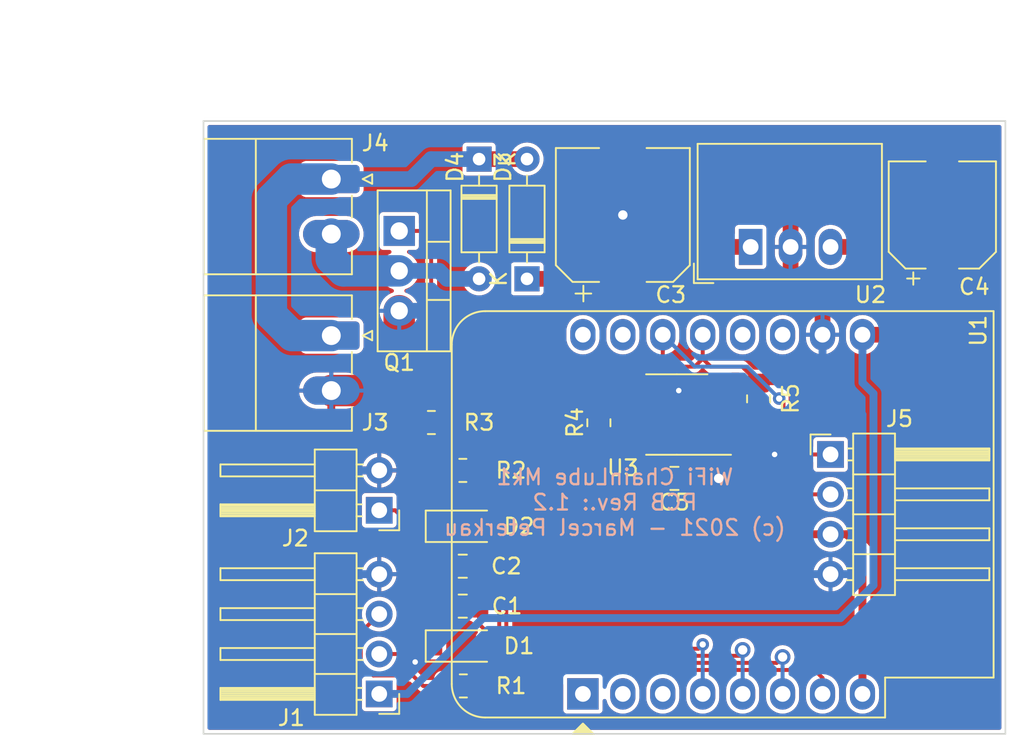
<source format=kicad_pcb>
(kicad_pcb (version 20211014) (generator pcbnew)

  (general
    (thickness 1.6)
  )

  (paper "A4")
  (layers
    (0 "F.Cu" signal)
    (31 "B.Cu" signal)
    (32 "B.Adhes" user "B.Adhesive")
    (33 "F.Adhes" user "F.Adhesive")
    (34 "B.Paste" user)
    (35 "F.Paste" user)
    (36 "B.SilkS" user "B.Silkscreen")
    (37 "F.SilkS" user "F.Silkscreen")
    (38 "B.Mask" user)
    (39 "F.Mask" user)
    (40 "Dwgs.User" user "User.Drawings")
    (41 "Cmts.User" user "User.Comments")
    (42 "Eco1.User" user "User.Eco1")
    (43 "Eco2.User" user "User.Eco2")
    (44 "Edge.Cuts" user)
    (45 "Margin" user)
    (46 "B.CrtYd" user "B.Courtyard")
    (47 "F.CrtYd" user "F.Courtyard")
    (48 "B.Fab" user)
    (49 "F.Fab" user)
  )

  (setup
    (pad_to_mask_clearance 0)
    (pcbplotparams
      (layerselection 0x00010fc_ffffffff)
      (disableapertmacros false)
      (usegerberextensions true)
      (usegerberattributes false)
      (usegerberadvancedattributes false)
      (creategerberjobfile false)
      (svguseinch false)
      (svgprecision 6)
      (excludeedgelayer true)
      (plotframeref false)
      (viasonmask false)
      (mode 1)
      (useauxorigin false)
      (hpglpennumber 1)
      (hpglpenspeed 20)
      (hpglpendiameter 15.000000)
      (dxfpolygonmode true)
      (dxfimperialunits true)
      (dxfusepcbnewfont true)
      (psnegative false)
      (psa4output false)
      (plotreference true)
      (plotvalue false)
      (plotinvisibletext false)
      (sketchpadsonfab false)
      (subtractmaskfromsilk true)
      (outputformat 1)
      (mirror false)
      (drillshape 0)
      (scaleselection 1)
      (outputdirectory "gerber/")
    )
  )

  (net 0 "")
  (net 1 "GND")
  (net 2 "Net-(C1-Pad1)")
  (net 3 "Net-(C2-Pad1)")
  (net 4 "Net-(C3-Pad1)")
  (net 5 "+5V")
  (net 6 "Net-(D1-Pad1)")
  (net 7 "Net-(D2-Pad1)")
  (net 8 "Net-(D3-Pad2)")
  (net 9 "Net-(D4-Pad2)")
  (net 10 "Net-(J1-Pad3)")
  (net 11 "Net-(Q1-Pad1)")
  (net 12 "Net-(R1-Pad2)")
  (net 13 "Net-(R2-Pad2)")
  (net 14 "Net-(U1-Pad2)")
  (net 15 "Net-(U1-Pad1)")
  (net 16 "Net-(U1-Pad3)")
  (net 17 "+3V3")
  (net 18 "Net-(U1-Pad15)")
  (net 19 "Net-(U1-Pad16)")
  (net 20 "Net-(J5-Pad2)")
  (net 21 "Net-(J5-Pad1)")
  (net 22 "Net-(U1-Pad11)")
  (net 23 "Net-(U1-Pad12)")

  (footprint "Capacitor_SMD:C_0805_2012Metric_Pad1.18x1.45mm_HandSolder" (layer "F.Cu") (at 124.9465 90.932 180))

  (footprint "Capacitor_SMD:C_0805_2012Metric_Pad1.18x1.45mm_HandSolder" (layer "F.Cu") (at 124.9465 88.392 180))

  (footprint "Diode_SMD:D_SOD-123" (layer "F.Cu") (at 124.842 85.852))

  (footprint "Resistor_SMD:R_0805_2012Metric_Pad1.20x1.40mm_HandSolder" (layer "F.Cu") (at 124.984 96.012))

  (footprint "Resistor_SMD:R_0805_2012Metric_Pad1.20x1.40mm_HandSolder" (layer "F.Cu") (at 124.952 82.296))

  (footprint "Connector_PinHeader_2.54mm:PinHeader_1x02_P2.54mm_Horizontal" (layer "F.Cu") (at 119.634 84.836 180))

  (footprint "Connector_PinHeader_2.54mm:PinHeader_1x04_P2.54mm_Horizontal" (layer "F.Cu") (at 119.634 96.52 180))

  (footprint "Module:WEMOS_D1_mini_light" (layer "F.Cu") (at 132.588 96.52 90))

  (footprint "Connector_Phoenix_MC:PhoenixContact_MC_1,5_2-G-3.5_1x02_P3.50mm_Horizontal" (layer "F.Cu") (at 116.586 73.716 -90))

  (footprint "Capacitor_SMD:CP_Elec_6.3x7.7" (layer "F.Cu") (at 155.448 66.04 90))

  (footprint "Resistor_SMD:R_0805_2012Metric_Pad1.20x1.40mm_HandSolder" (layer "F.Cu") (at 122.952 79.248 180))

  (footprint "Diode_SMD:D_SOD-123" (layer "F.Cu") (at 124.842 93.472))

  (footprint "Converter_DCDC:Converter_DCDC_RECOM_R-78E-0.5_THT" (layer "F.Cu") (at 143.256 68.072))

  (footprint "Package_TO_SOT_THT:TO-220-3_Vertical" (layer "F.Cu") (at 120.904 67.056 -90))

  (footprint "Capacitor_SMD:CP_Elec_8x10" (layer "F.Cu") (at 135.128 66.04 90))

  (footprint "Capacitor_SMD:C_0805_2012Metric_Pad1.18x1.45mm_HandSolder" (layer "F.Cu") (at 138.4085 82.804))

  (footprint "Diode_THT:D_DO-35_SOD27_P7.62mm_Horizontal" (layer "F.Cu") (at 129.032 70.104 90))

  (footprint "Resistor_SMD:R_0805_2012Metric_Pad1.20x1.40mm_HandSolder" (layer "F.Cu") (at 143.764 77.74 -90))

  (footprint "Resistor_SMD:R_0805_2012Metric_Pad1.20x1.40mm_HandSolder" (layer "F.Cu") (at 133.604 79.264 -90))

  (footprint "Package_SO:SOIC-8_3.9x4.9mm_P1.27mm" (layer "F.Cu") (at 138.557 78.74 180))

  (footprint "Connector_PinHeader_2.54mm:PinHeader_1x04_P2.54mm_Horizontal" (layer "F.Cu") (at 148.336 81.28))

  (footprint "Diode_THT:D_DO-35_SOD27_P7.62mm_Horizontal" (layer "F.Cu") (at 125.984 62.484 -90))

  (footprint "Connector_Phoenix_MC:PhoenixContact_MC_1,5_2-G-3.5_1x02_P3.50mm_Horizontal" (layer "F.Cu") (at 116.586 63.754 -90))

  (gr_line (start 159.458 99.06) (end 108.458 99.06) (layer "Edge.Cuts") (width 0.1) (tstamp 626679e8-6101-4722-ac57-5b8d9dab4c8b))
  (gr_line (start 108.458 60.06) (end 159.458 60.06) (layer "Edge.Cuts") (width 0.1) (tstamp 9f782c92-a5e8-49db-bfda-752b35522ce4))
  (gr_line (start 108.458 99.06) (end 108.458 60.06) (layer "Edge.Cuts") (width 0.1) (tstamp ccc4cc25-ac17-45ef-825c-e079951ffb21))
  (gr_line (start 159.458 60.06) (end 159.458 99.06) (layer "Edge.Cuts") (width 0.1) (tstamp da6f4122-0ecc-496f-b0fd-e4abef534976))
  (gr_text "WiFi ChainLube Mk1\nPCB Rev.: 1.2\n(c) 2021 - Marcel Peterkau" (at 134.62 84.328) (layer "B.SilkS") (tstamp 00000000-0000-0000-0000-000061de6936)
    (effects (font (size 1 1) (thickness 0.15)) (justify mirror))
  )
  (dimension (type aligned) (layer "Dwgs.User") (tstamp 7d0dab95-9e7a-486e-a1d7-fc48860fd57d)
    (pts (xy 108.458 99.06) (xy 108.458 60.06))
    (height -6.857999)
    (gr_text "39.0000 mm" (at 100.450001 79.56 90) (layer "Dwgs.User") (tstamp 7d0dab95-9e7a-486e-a1d7-fc48860fd57d)
      (effects (font (size 1 1) (thickness 0.15)))
    )
    (format (units 2) (units_format 1) (precision 4))
    (style (thickness 0.15) (arrow_length 1.27) (text_position_mode 0) (extension_height 0.58642) (extension_offset 0) keep_text_aligned)
  )
  (dimension (type aligned) (layer "Dwgs.User") (tstamp a7f25f41-0b4c-4430-b6cd-b2160b2db099)
    (pts (xy 108.458 60.06) (xy 159.458 60.06))
    (height -5.703999)
    (gr_text "51.0000 mm" (at 133.958 53.206001) (layer "Dwgs.User") (tstamp a7f25f41-0b4c-4430-b6cd-b2160b2db099)
      (effects (font (size 1 1) (thickness 0.15)))
    )
    (format (units 2) (units_format 1) (precision 4))
    (style (thickness 0.15) (arrow_length 1.27) (text_position_mode 0) (extension_height 0.58642) (extension_offset 0) keep_text_aligned)
  )

  (segment (start 139.446 78.232) (end 139.446 76.962) (width 0.25) (layer "F.Cu") (net 1) (tstamp 00000000-0000-0000-0000-000061de6816))
  (segment (start 139.573 78.105) (end 139.446 78.232) (width 0.25) (layer "F.Cu") (net 1) (tstamp 00000000-0000-0000-0000-000061de6819))
  (segment (start 141.032 78.105) (end 139.573 78.105) (width 0.25) (layer "F.Cu") (net 1) (tstamp 00000000-0000-0000-0000-000061de681c))
  (segment (start 139.446 79.629) (end 139.446 78.232) (width 0.25) (layer "F.Cu") (net 1) (tstamp 00000000-0000-0000-0000-000061de6912))
  (segment (start 139.7 79.375) (end 139.446 79.629) (width 0.25) (layer "F.Cu") (net 1) (tstamp 00000000-0000-0000-0000-000061de6915))
  (segment (start 141.032 79.375) (end 139.7 79.375) (width 0.25) (layer "F.Cu") (net 1) (tstamp 00000000-0000-0000-0000-000061de6918))
  (segment (start 139.446 80.772) (end 139.446 79.629) (width 0.25) (layer "F.Cu") (net 1) (tstamp 00000000-0000-0000-0000-000061de691b))
  (segment (start 139.573 76.835) (end 141.032 76.835) (width 0.25) (layer "F.Cu") (net 1) (tstamp 00000000-0000-0000-0000-000061de691e))
  (segment (start 139.446 76.962) (end 139.573 76.835) (width 0.25) (layer "F.Cu") (net 1) (tstamp 00000000-0000-0000-0000-000061de6924))
  (segment (start 139.573 80.645) (end 141.032 80.645) (width 0.25) (layer "F.Cu") (net 1) (tstamp 00000000-0000-0000-0000-000061de6927))
  (segment (start 139.446 82.804) (end 139.446 80.772) (width 0.25) (layer "F.Cu") (net 1) (tstamp 00000000-0000-0000-0000-000061de692a))
  (segment (start 136.082 79.375) (end 139.192 79.375) (width 0.25) (layer "F.Cu") (net 1) (tstamp 00000000-0000-0000-0000-000061de692d))
  (segment (start 139.192 79.375) (end 139.446 79.629) (width 0.25) (layer "F.Cu") (net 1) (tstamp 00000000-0000-0000-0000-000061de6930))
  (segment (start 139.446 80.772) (end 139.573 80.645) (width 0.25) (layer "F.Cu") (net 1) (tstamp 00000000-0000-0000-0000-000061de6933))
  (segment (start 145.796 69.596) (end 147.828 71.628) (width 1) (layer "F.Cu") (net 1) (tstamp 2a1de22d-6451-488d-af77-0bf8841bd695))
  (segment (start 145.796 66.04) (end 142.748 62.992) (width 1) (layer "F.Cu") (net 1) (tstamp 2c60448a-e30f-46b2-89e1-a44f51688efc))
  (segment (start 117.856 82.296) (end 119.634 82.296) (width 0.5) (layer "F.Cu") (net 1) (tstamp 4a54c707-7b6f-4a3d-a74d-5e3526114aba))
  (segment (start 116.586 81.026) (end 117.856 82.296) (width 0.5) (layer "F.Cu") (net 1) (tstamp 4aa97874-2fd2-414c-b381-9420384c2fd8))
  (segment (start 148.496 63.34) (end 145.796 66.04) (width 1) (layer "F.Cu") (net 1) (tstamp 4b1fce17-dec7-457e-ba3b-a77604e77dc9))
  (segment (start 139.446 82.804) (end 141.224 82.804) (width 0.5) (layer "F.Cu") (net 1) (tstamp 4cafb73d-1ad8-4d24-acf7-63d78095ae46))
  (segment (start 121.412 88.9) (end 121.92 88.392) (width 0.25) (layer "F.Cu") (net 1) (tstamp 53e34696-241f-47e5-a477-f469335c8a61))
  (segment (start 145.796 68.072) (end 145.796 69.596) (width 1) (layer "F.Cu") (net 1) (tstamp 6ac3ab53-7523-4805-bfd2-5de19dff127e))
  (segment (start 155.448 63.34) (end 148.496 63.34) (width 1) (layer "F.Cu") (net 1) (tstamp 869d6302-ae22-478f-9723-3feacbb12eef))
  (segment (start 119.634 88.9) (end 121.412 88.9) (width 0.25) (layer "F.Cu") (net 1) (tstamp 88002554-c459-46e5-8b22-6ea6fe07fd4c))
  (segment (start 121.92 88.392) (end 123.909 88.392) (width 0.25) (layer "F.Cu") (net 1) (tstamp 8cdc8ef9-532e-4bf5-9998-7213b9e692a2))
  (segment (start 142.748 62.992) (end 135.33 62.992) (width 1) (layer "F.Cu") (net 1) (tstamp 901440f4-e2a6-4447-83cc-f58a2b26f5c4))
  (segment (start 123.909 90.932) (end 123.909 88.392) (width 0.25) (layer "F.Cu") (net 1) (tstamp 9390234f-bf3f-46cd-b6a0-8a438ec76e9f))
  (segment (start 120.904 75.692) (end 120.904 72.136) (width 2) (layer "F.Cu") (net 1) (tstamp a07b6b2b-7179-4297-b163-5e47ffbe76d3))
  (segment (start 135.128 66.04) (end 135.128 62.79) (width 1) (layer "F.Cu") (net 1) (tstamp a0dee8e6-f88a-4f05-aba0-bab3aafdf2bc))
  (segment (start 147.828 71.628) (end 147.828 73.66) (width 1) (layer "F.Cu") (net 1) (tstamp a8219a78-6b33-4efa-a789-6a67ce8f7a50))
  (segment (start 119.38 77.216) (end 120.904 75.692) (width 2) (layer "F.Cu") (net 1) (tstamp d1a9be32-38ba-44e6-bc35-f031541ab1fe))
  (segment (start 121.952 81.756) (end 121.412 82.296) (width 0.25) (layer "F.Cu") (net 1) (tstamp d3e133b7-2c84-4206-a2b1-e693cb57fe56))
  (segment (start 145.796 68.072) (end 145.796 66.04) (width 1) (layer "F.Cu") (net 1) (tstamp d66d3c12-11ce-4566-9a45-962e329503d8))
  (segment (start 135.33 62.992) (end 135.128 62.79) (width 1) (layer "F.Cu") (net 1) (tstamp d7e5a060-eb57-4238-9312-26bc885fc97d))
  (segment (start 121.952 79.248) (end 121.952 81.756) (width 0.25) (layer "F.Cu") (net 1) (tstamp da481376-0e49-44d3-91b8-aaa39b869dd1))
  (segment (start 116.586 77.216) (end 116.586 81.026) (width 0.5) (layer "F.Cu") (net 1) (tstamp e1b88aa4-d887-4eea-83ff-5c009f4390c4))
  (segment (start 116.586 77.216) (end 119.38 77.216) (width 2) (layer "F.Cu") (net 1) (tstamp ebca7c5e-ae52-43e5-ac6c-69a96a9a5b24))
  (segment (start 121.412 82.296) (end 119.634 82.296) (width 0.25) (layer "F.Cu") (net 1) (tstamp f988d6ea-11c5-4837-b1d1-5c292ded50c6))
  (via (at 138.684 77.216) (size 0.7) (drill 0.35) (layers "F.Cu" "B.Cu") (net 1) (tstamp 2e0a9f64-1b78-4597-8d50-d12d2268a95a))
  (via (at 141.224 82.804) (size 1) (drill 0.6) (layers "F.Cu" "B.Cu") (net 1) (tstamp 49575217-40b0-4890-8acf-12982cca52b5))
  (via (at 121.92 94.488) (size 0.7) (drill 0.35) (layers "F.Cu" "B.Cu") (net 1) (tstamp 582622a2-fad4-4737-9a80-be9fffbba8ab))
  (via (at 144.78 81.28) (size 0.7) (drill 0.35) (layers "F.Cu" "B.Cu") (net 1) (tstamp 9aaeec6e-84fe-4644-b0bc-5de24626ff48))
  (via (at 135.128 66.04) (size 1) (drill 0.6) (layers "F.Cu" "B.Cu") (net 1) (tstamp f3044f68-903d-4063-b253-30d8e3a83eae))
  (segment (start 130.235998 66.04) (end 135.128 66.04) (width 1) (layer "B.Cu") (net 1) (tstamp 05f2859d-2820-4e84-b395-696011feb13b))
  (segment (start 148.336 88.9) (end 150.368 88.9) (width 0.5) (layer "B.Cu") (net 1) (tstamp 25bc3602-3fb4-4a04-94e3-21ba22562c24))
  (segment (start 144.272 87.884) (end 145.288 88.9) (width 0.5) (layer "B.Cu") (net 1) (tstamp 269f19c3-6824-45a8-be29-fa58d70cbb42))
  (segment (start 150.368 78.74) (end 147.828 76.2) (width 0.5) (layer "B.Cu") (net 1) (tstamp 283c990c-ae5a-4e41-a3ad-b40ca29fe90e))
  (segment (start 145.288 88.9) (end 148.336 88.9) (width 0.5) (layer "B.Cu") (net 1) (tstamp 38cfe839-c630-43d3-a9ec-6a89ba9e318a))
  (segment (start 126.86 72.136) (end 127.531999 71.464001) (width 1) (layer "B.Cu") (net 1) (tstamp 576f00e6-a1be-45d3-9b93-e26d9e0fe306))
  (segment (start 144.272 85.852) (end 144.272 87.884) (width 0.5) (layer "B.Cu") (net 1) (tstamp 5889287d-b845-4684-b23e-663811b25d27))
  (segment (start 116.84 88.138) (end 117.602 88.9) (width 0.5) (layer "B.Cu") (net 1) (tstamp 5a222fb6-5159-4931-9015-19df65643140))
  (segment (start 116.84 83.312) (end 116.84 88.138) (width 0.5) (layer "B.Cu") (net 1) (tstamp 691af561-538d-4e8f-a916-26cad45eb7d6))
  (segment (start 127.531999 71.464001) (end 127.531999 68.743999) (width 1) (layer "B.Cu") (net 1) (tstamp 713e0777-58b2-4487-baca-60d0ebed27c3))
  (segment (start 150.368 88.9) (end 150.368 78.74) (width 0.5) (layer "B.Cu") (net 1) (tstamp 7760a75a-d74b-4185-b34e-cbc7b2c339b6))
  (segment (start 117.602 88.9) (end 119.634 88.9) (width 0.5) (layer "B.Cu") (net 1) (tstamp 7ce7415d-7c22-49f6-8215-488853ccc8c6))
  (segment (start 127.531999 68.743999) (end 130.235998 66.04) (width 1) (layer "B.Cu") (net 1) (tstamp a8fb8ee0-623f-4870-a716-ecc88f37ef9a))
  (segment (start 117.856 82.296) (end 116.84 83.312) (width 0.5) (layer "B.Cu") (net 1) (tstamp b59f18ce-2e34-4b6e-b14d-8d73b8268179))
  (segment (start 119.634 82.296) (end 117.856 82.296) (width 0.5) (layer "B.Cu") (net 1) (tstamp b7bf6e08-7978-4190-aff5-c90d967f0f9c))
  (segment (start 141.224 82.804) (end 144.272 85.852) (width 0.5) (layer "B.Cu") (net 1) (tstamp be4b72db-0e02-4d9b-844a-aff689b4e648))
  (segment (start 147.828 76.2) (end 147.828 73.66) (width 0.5) (layer "B.Cu") (net 1) (tstamp c1bac86f-cbf6-4c5b-b60d-c26fa73d9c09))
  (segment (start 120.904 72.136) (end 126.86 72.136) (width 1) (layer "B.Cu") (net 1) (tstamp f19c9655-8ddb-411a-96dd-bd986870c3c6))
  (segment (start 126.492 93.472) (end 126.492 92.583) (width 0.25) (layer "F.Cu") (net 2) (tstamp 1dfbf353-5b24-4c0f-8322-8fcd514ae75e))
  (segment (start 126.492 92.583) (end 125.984 92.075) (width 0.25) (layer "F.Cu") (net 2) (tstamp 337e8520-cbd2-42c0-8d17-743bab17cbbd))
  (segment (start 127.002978 94.998978) (end 126.492 94.488) (width 0.25) (layer "F.Cu") (net 2) (tstamp 59fc765e-1357-4c94-9529-5635418c7d73))
  (segment (start 144.91301 94.54599) (end 145.288 94.171) (width 0.25) (layer "F.Cu") (net 2) (tstamp 6f580eb1-88cc-489d-a7ca-9efa5e590715))
  (segment (start 130.887608 94.99898) (end 131.340598 94.54599) (width 0.25) (layer "F.Cu") (net 2) (tstamp 89a8e170-a222-41c0-b545-c9f4c5604011))
  (segment (start 129.16198 94.99898) (end 130.887608 94.99898) (width 0.25) (layer "F.Cu") (net 2) (tstamp 9529c01f-e1cd-40be-b7f0-83780a544249))
  (segment (start 126.492 94.488) (end 126.492 93.472) (width 0.25) (layer "F.Cu") (net 2) (tstamp 96db52e2-6336-4f5e-846e-528c594d0509))
  (segment (start 131.340598 94.54599) (end 144.91301 94.54599) (width 0.25) (layer "F.Cu") (net 2) (tstamp b13e8448-bf35-4ec0-9c70-3f2250718cc2))
  (segment (start 125.984 92.075) (end 125.984 90.932) (width 0.25) (layer "F.Cu") (net 2) (tstamp e0c7ddff-8c90-465f-be62-21fb49b059fa))
  (segment (start 128.726972 94.998978) (end 127.002978 94.998978) (width 0.25) (layer "F.Cu") (net 2) (tstamp f0ff5d1c-5481-4958-b844-4f68a17d4166))
  (segment (start 128.726972 94.998978) (end 129.16198 94.99898) (width 0.25) (layer "F.Cu") (net 2) (tstamp fdc60c06-30fa-4dfb-96b4-809b755999e1))
  (via (at 145.288 94.171) (size 1) (drill 0.6) (layers "F.Cu" "B.Cu") (net 2) (tstamp d68e5ddb-039c-483f-88a3-1b0b7964b482))
  (segment (start 145.288 94.171) (end 145.288 96.52) (width 0.25) (layer "B.Cu") (net 2) (tstamp 5c7d6eaf-f256-4349-8203-d2e836872231))
  (segment (start 142.748 93.98) (end 142.63202 94.09598) (width 0.25) (layer "F.Cu") (net 3) (tstamp 10e52e95-44f3-4059-a86d-dcda603e0623))
  (segment (start 131.154197 94.095981) (end 130.701209 94.548969) (width 0.25) (layer "F.Cu") (net 3) (tstamp 252f1275-081d-4d77-8bd5-3b9e6916ef42))
  (segment (start 128.330969 94.548969) (end 127.267001 93.485001) (width 0.25) (layer "F.Cu") (net 3) (tstamp 62e8c4d4-266c-4e53-8981-1028251d724c))
  (segment (start 142.63202 94.09598) (end 131.154197 94.095981) (width 0.25) (layer "F.Cu") (net 3) (tstamp 6b91a3ee-fdcd-4bfe-ad57-c8d5ea9903a8))
  (segment (start 142.748 93.72099) (end 142.748 93.98) (width 0.25) (layer "F.Cu") (net 3) (tstamp 74f5ec08-7600-4a0b-a9e4-aae29f9ea08a))
  (segment (start 127.267001 88.913001) (end 126.746 88.392) (width 0.25) (layer "F.Cu") (net 3) (tstamp 98fe66f3-ec8b-4515-ae34-617f2124a7ec))
  (segment (start 130.701209 94.548969) (end 128.330969 94.548969) (width 0.25) (layer "F.Cu") (net 3) (tstamp bd793ae5-cde5-43f6-8def-1f95f35b1be6))
  (segment (start 126.492 86.868) (end 126.492 85.852) (width 0.25) (layer "F.Cu") (net 3) (tstamp c7df8431-dcf5-4ab4-b8f8-21c1cafc5246))
  (segment (start 125.984 87.376) (end 126.492 86.868) (width 0.25) (layer "F.Cu") (net 3) (tstamp d38aa458-d7c4-47af-ba08-2b6be506a3fd))
  (segment (start 125.984 88.392) (end 125.984 87.376) (width 0.25) (layer "F.Cu") (net 3) (tstamp dde8619c-5a8c-40eb-9845-65e6a654222d))
  (segment (start 126.746 88.392) (end 125.984 88.392) (width 0.25) (layer "F.Cu") (net 3) (tstamp e7d81bce-286e-41e4-9181-3511e9c0455e))
  (segment (start 127.267001 93.485001) (end 127.267001 88.913001) (width 0.25) (layer "F.Cu") (net 3) (tstamp fc3d51c1-8b35-4da3-a742-0ebe104989d7))
  (via (at 142.748 93.72099) (size 1) (drill 0.6) (layers "F.Cu" "B.Cu") (net 3) (tstamp 3a41dd27-ec14-44d5-b505-aad1d829f79a))
  (segment (start 142.748 96.52) (end 142.748 93.72099) (width 0.25) (layer "B.Cu") (net 3) (tstamp 0dfdfa9f-1e3f-4e14-b64b-12bde76a80c7))
  (segment (start 132.08 70.104) (end 129.032 70.104) (width 1) (layer "F.Cu") (net 4) (tstamp 0fc5db66-6188-4c1f-bb14-0868bef113eb))
  (segment (start 139.192 68.072) (end 137.974 69.29) (width 1) (layer "F.Cu") (net 4) (tstamp 142dd724-2a9f-4eea-ab21-209b1bc7ec65))
  (segment (start 135.128 69.29) (end 132.894 69.29) (width 1) (layer "F.Cu") (net 4) (tstamp 15a82541-58d8-45b5-99c5-fb52e017e3ea))
  (segment (start 137.974 69.29) (end 135.128 69.29) (width 1) (layer "F.Cu") (net 4) (tstamp 3c8d03bf-f31d-4aa0-b8db-a227ffd7d8d6))
  (segment (start 132.894 69.29) (end 132.08 70.104) (width 1) (layer "F.Cu") (net 4) (tstamp 3d6cdd62-5634-4e30-acf8-1b9c1dbf6653))
  (segment (start 143.256 68.072) (end 139.192 68.072) (width 1) (layer "F.Cu") (net 4) (tstamp e70b6168-f98e-4322-bc55-500948ef7b77))
  (segment (start 154.432 73.66) (end 150.368 73.66) (width 1) (layer "F.Cu") (net 5) (tstamp 20caf6d2-76a7-497e-ac56-f6d31eb9027b))
  (segment (start 155.448 72.644) (end 154.432 73.66) (width 1) (layer "F.Cu") (net 5) (tstamp 2f291a4b-4ecb-4692-9ad2-324f9784c0d4))
  (segment (start 155.448 68.74) (end 155.448 72.644) (width 1) (layer "F.Cu") (net 5) (tstamp 759788bd-3cb9-4d38-b58c-5cb10b7dca6b))
  (segment (start 148.336 68.072) (end 151.892 68.072) (width 1) (layer "F.Cu") (net 5) (tstamp bb59b92a-e4d0-4b9e-82cd-26304f5c15b8))
  (segment (start 151.892 68.072) (end 152.56 68.74) (width 1) (layer "F.Cu") (net 5) (tstamp f44d04c5-0d17-4d52-8328-ef3b4fdfba5f))
  (segment (start 152.56 68.74) (end 155.448 68.74) (width 1) (layer "F.Cu") (net 5) (tstamp f6983918-fe05-46ea-b355-bc522ec53440))
  (segment (start 126.238 91.694) (end 148.97402 91.694) (width 0.5) (layer "B.Cu") (net 5) (tstamp 1ab71a3c-340b-469a-ada5-4f87f0b7b2fa))
  (segment (start 151.06801 77.40801) (end 150.368 76.708) (width 0.5) (layer "B.Cu") (net 5) (tstamp 319639ae-c2c5-486d-93b1-d03bb1b64252))
  (segment (start 121.412 96.52) (end 125.222 92.71) (width 0.5) (layer "B.Cu") (net 5) (tstamp 3a70978e-dcc2-4620-a99c-514362812927))
  (segment (start 125.222 92.71) (end 125.984 91.948) (width 0.5) (layer "B.Cu") (net 5) (tstamp 62a1f3d4-027d-4ecf-a37a-6fcf4263e9d2))
  (segment (start 150.368 76.708) (end 150.368 73.66) (width 0.5) (layer "B.Cu") (net 5) (tstamp a5c8e189-1ddc-4a66-984b-e0fd1529d346))
  (segment (start 148.97402 91.694) (end 151.06801 89.60001) (width 0.5) (layer "B.Cu") (net 5) (tstamp c71f56c1-5b7c-4373-9716-fffac482104c))
  (segment (start 125.222 92.71) (end 126.238 91.694) (width 0.5) (layer "B.Cu") (net 5) (tstamp dbe92a0d-89cb-4d3f-9497-c2c1d93a3018))
  (segment (start 119.634 96.52) (end 121.412 96.52) (width 0.5) (layer "B.Cu") (net 5) (tstamp f447e585-df78-4239-b8cb-4653b3837bb1))
  (segment (start 151.06801 89.60001) (end 151.06801 77.40801) (width 0.5) (layer "B.Cu") (net 5) (tstamp fc4ad874-c922-4070-89f9-7262080469d8))
  (segment (start 121.412 93.472) (end 123.192 93.472) (width 0.25) (layer "F.Cu") (net 6) (tstamp 13bbfffc-affb-4b43-9eb1-f2ed90a8a919))
  (segment (start 120.904 93.98) (end 121.412 93.472) (width 0.25) (layer "F.Cu") (net 6) (tstamp 71f8d568-0f23-4ff2-8e60-1600ce517a48))
  (segment (start 119.634 93.98) (end 120.904 93.98) (width 0.25) (layer "F.Cu") (net 6) (tstamp 97581b9a-3f6b-4e88-8768-6fdb60e6aca6))
  (segment (start 121.666 85.852) (end 123.192 85.852) (width 0.25) (layer "F.Cu") (net 7) (tstamp 01f82238-6335-48fe-8b0a-6853e227345a))
  (segment (start 120.65 84.836) (end 121.666 85.852) (width 0.25) (layer "F.Cu") (net 7) (tstamp 0e249018-17e7-42b3-ae5d-5ebf3ae299ae))
  (segment (start 119.634 84.836) (end 120.65 84.836) (width 0.25) (layer "F.Cu") (net 7) (tstamp 7c00778a-4692-4f9b-87d5-2d355077ce1e))
  (segment (start 129.032 62.484) (end 125.984 62.484) (width 1) (layer "F.Cu") (net 8) (tstamp e300709f-6c72-488d-a598-efcbd6d3af54))
  (segment (start 125.984 62.484) (end 122.936 62.484) (width 1) (layer "B.Cu") (net 8) (tstamp 52a8f1be-73ca-41a8-bc24-2320706b0ec1))
  (segment (start 116.586 73.716) (end 114.102 73.716) (width 2) (layer "B.Cu") (net 8) (tstamp 63489ebf-0f52-43a6-a0ab-158b1a7d4988))
  (segment (start 112.776 72.39) (end 112.776 65.024) (width 2) (layer "B.Cu") (net 8) (tstamp 7db990e4-92e1-4f99-b4d2-435bbec1ba83))
  (segment (start 112.776 65.024) (end 114.046 63.754) (width 2) (layer "B.Cu") (net 8) (tstamp 8efee08b-b92e-4ba6-8722-c058e18114fe))
  (segment (start 114.046 63.754) (end 116.586 63.754) (width 2) (layer "B.Cu") (net 8) (tstamp cd5e758d-cb66-484a-ae8b-21f53ceee49e))
  (segment (start 122.936 62.484) (end 121.666 63.754) (width 1) (layer "B.Cu") (net 8) (tstamp d102186a-5b58-41d0-9985-3dbb3593f397))
  (segment (start 121.666 63.754) (end 116.586 63.754) (width 1) (layer "B.Cu") (net 8) (tstamp e36988d2-ecb2-461b-a443-7006f447e828))
  (segment (start 114.102 73.716) (end 112.776 72.39) (width 2) (layer "B.Cu") (net 8) (tstamp e6d68f56-4a40-4849-b8d1-13d5ca292900))
  (segment (start 120.904 69.596) (end 123.444 69.596) (width 1) (layer "B.Cu") (net 9) (tstamp 6d0c9e39-9878-44c8-8283-9a59e45006fa))
  (segment (start 116.586 67.254) (end 116.586 68.834) (width 2) (layer "B.Cu") (net 9) (tstamp 7c2008c8-0626-4a09-a873-065e83502a0e))
  (segment (start 116.586 68.834) (end 117.348 69.596) (width 2) (layer "B.Cu") (net 9) (tstamp 7c411b3e-aca2-424f-b644-2d21c9d80fa7))
  (segment (start 123.952 70.104) (end 125.984 70.104) (width 1) (layer "B.Cu") (net 9) (tstamp 9c607e49-ee5c-4e85-a7da-6fede9912412))
  (segment (start 123.444 69.596) (end 123.952 70.104) (width 1) (layer "B.Cu") (net 9) (tstamp e5e5220d-5b7e-47da-a902-b997ec8d4d58))
  (segment (start 117.348 69.596) (end 120.904 69.596) (width 2) (layer "B.Cu") (net 9) (tstamp f4a8afbe-ed68-4253-959f-6be4d2cbf8c5))
  (segment (start 123.984 96.012) (end 122.428 96.012) (width 0.25) (layer "F.Cu") (net 10) (tstamp 0cbeb329-a88d-4a47-a5c2-a1d693de2f8c))
  (segment (start 122.428 96.012) (end 121.760999 95.344999) (width 0.25) (layer "F.Cu") (net 10) (tstamp 443bc73a-8dc0-4e2f-a292-a5eff00efa5b))
  (segment (start 118.458999 92.615001) (end 119.634 91.44) (width 0.25) (layer "F.Cu") (net 10) (tstamp 810ed4ff-ffe2-4032-9af6-fb5ada3bae5b))
  (segment (start 121.760999 95.344999) (end 119.259997 95.344999) (width 0.25) (layer "F.Cu") (net 10) (tstamp eac8d865-0226-4958-b547-6b5592f39713))
  (segment (start 119.259997 95.344999) (end 118.458999 94.544001) (width 0.25) (layer "F.Cu") (net 10) (tstamp f2480d0c-9b08-4037-9175-b2369af04d4c))
  (segment (start 118.458999 94.544001) (end 118.458999 92.615001) (width 0.25) (layer "F.Cu") (net 10) (tstamp f345e52a-8e0a-425a-b438-90809dd3b799))
  (segment (start 122.936 74.676) (end 122.936 67.564) (width 0.25) (layer "F.Cu") (net 11) (tstamp 014d13cd-26ad-4d0e-86ad-a43b541cab14))
  (segment (start 122.936 67.564) (end 122.428 67.056) (width 0.25) (layer "F.Cu") (net 11) (tstamp 633292d3-80c5-4986-be82-ce926e9f09f4))
  (segment (start 122.428 67.056) (end 120.904 67.056) (width 0.25) (layer "F.Cu") (net 11) (tstamp 7744b6ee-910d-401d-b730-65c35d3d8092))
  (segment (start 123.952 79.248) (end 123.952 75.692) (width 0.25) (layer "F.Cu") (net 11) (tstamp 83021f70-e61e-4ad3-bae7-b9f02b28be4f))
  (segment (start 123.952 75.692) (end 122.936 74.676) (width 0.25) (layer "F.Cu") (net 11) (tstamp a25b7e01-1754-4cc9-8a14-3d9c461e5af5))
  (segment (start 123.952 82.296) (end 123.952 79.248) (width 0.25) (layer "F.Cu") (net 11) (tstamp cc75e5ae-3348-4e7a-bd16-4df685ee47bd))
  (segment (start 147.32 94.996) (end 147.828 95.504) (width 0.25) (layer "F.Cu") (net 12) (tstamp 1427bb3f-0689-4b41-a816-cd79a5202fd0))
  (segment (start 147.828 95.504) (end 147.828 96.52) (width 0.25) (layer "F.Cu") (net 12) (tstamp 78f9c3d3-3556-46f6-9744-05ad54b330f0))
  (segment (start 127.707008 95.44899) (end 131.074008 95.44899) (width 0.25) (layer "F.Cu") (net 12) (tstamp 89c9afdc-c346-4300-a392-5f9dd8c1e5bd))
  (segment (start 131.526998 94.996) (end 147.32 94.996) (width 0.25) (layer "F.Cu") (net 12) (tstamp 8b7bbefd-8f78-41f8-809c-2534a5de3b39))
  (segment (start 125.984 96.012) (end 127.143998 96.012) (width 0.25) (layer "F.Cu") (net 12) (tstamp b854a395-bfc6-4140-9640-75d4f9296771))
  (segment (start 127.143998 96.012) (end 127.707008 95.44899) (width 0.25) (layer "F.Cu") (net 12) (tstamp d0cd3439-276c-41ba-b38d-f84f6da38415))
  (segment (start 127.706999 95.448999) (end 127.707008 95.44899) (width 0.25) (layer "F.Cu") (net 12) (tstamp dda1e6ca-91ec-4136-b90b-3c54d79454b9))
  (segment (start 131.074008 95.44899) (end 131.526998 94.996) (width 0.25) (layer "F.Cu") (net 12) (tstamp f5bf5b4a-5213-48af-a5cd-0d67969d2de6))
  (segment (start 127.267001 82.563001) (end 127.267001 88.276591) (width 0.25) (layer "F.Cu") (net 13) (tstamp 14094ad2-b562-4efa-8c6f-51d7a3134345))
  (segment (start 130.967798 93.645972) (end 139.933008 93.645972) (width 0.25) (layer "F.Cu") (net 13) (tstamp 1cb22080-0f59-4c18-a6e6-8685ef44ec53))
  (segment (start 127.267001 88.276591) (end 127.71701 88.7266) (width 0.25) (layer "F.Cu") (net 13) (tstamp 590fefcc-03e7-45d6-b6c9-e51a7c3c36c4))
  (segment (start 125.952 82.296) (end 127 82.296) (width 0.25) (layer "F.Cu") (net 13) (tstamp 59cb2966-1e9c-4b3b-b3c8-7499378d8dde))
  (segment (start 130.514809 94.098959) (end 130.967796 93.645972) (width 0.25) (layer "F.Cu") (net 13) (tstamp 5ff19d63-2cb4-438b-93c4-e66d37a05329))
  (segment (start 130.967796 93.645972) (end 130.967798 93.645972) (width 0.25) (layer "F.Cu") (net 13) (tstamp 616287d9-a51f-498c-8b91-be46a0aa3a7f))
  (segment (start 127.71701 88.7266) (end 127.71701 93.17301) (width 0.25) (layer "F.Cu") (net 13) (tstamp 637f12be-fa48-4ce4-96b2-04c21a8795c8))
  (segment (start 139.933008 93.645972) (end 140.208 93.37098) (width 0.25) (layer "F.Cu") (net 13) (tstamp 8bdea5f6-7a53-427a-92b8-fd15994c2e8c))
  (segment (start 127 82.296) (end 127.267001 82.563001) (width 0.25) (layer "F.Cu") (net 13) (tstamp cbebc05a-c4dd-4baf-8c08-196e84e08b27))
  (segment (start 127.71701 93.17301) (end 128.642959 94.098959) (width 0.25) (layer "F.Cu") (net 13) (tstamp f7447e92-4293-41c4-be3f-69b30aad1f17))
  (segment (start 128.642959 94.098959) (end 130.514809 94.098959) (width 0.25) (layer "F.Cu") (net 13) (tstamp fa00d3f4-bb71-4b1d-aa40-ae9267e2c41f))
  (via (at 140.208 93.37098) (size 0.8) (drill 0.4) (layers "F.Cu" "B.Cu") (net 13) (tstamp a599509f-fbb9-4db4-9adf-9e96bab1138d))
  (segment (start 140.208 96.52) (end 140.208 93.37098) (width 0.25) (layer "B.Cu") (net 13) (tstamp 701e1517-e8cf-46f4-b538-98e721c97380))
  (segment (start 137.414 80.645) (end 136.082 80.645) (width 0.25) (layer "F.Cu") (net 17) (tstamp 00000000-0000-0000-0000-000061de6903))
  (segment (start 137.668 81.534) (end 137.668 80.899) (width 0.25) (layer "F.Cu") (net 17) (tstamp 00000000-0000-0000-0000-000061de6906))
  (segment (start 137.371 82.804) (end 137.371 81.831) (width 0.25) (layer "F.Cu") (net 17) (tstamp 00000000-0000-0000-0000-000061de6909))
  (segment (start 137.668 80.899) (end 137.414 80.645) (width 0.25) (layer "F.Cu") (net 17) (tstamp 00000000-0000-0000-0000-000061de690c))
  (segment (start 137.371 81.831) (end 137.668 81.534) (width 0.25) (layer "F.Cu") (net 17) (tstamp 00000000-0000-0000-0000-000061de690f))
  (segment (start 138.684 85.344) (end 144.78 85.344) (width 0.5) (layer "F.Cu") (net 17) (tstamp 0cc9bf07-55b9-458f-b8aa-41b2f51fa940))
  (segment (start 143.764 78.74) (end 143.764 81.788) (width 0.5) (layer "F.Cu") (net 17) (tstamp 2165c9a4-eb84-4cb6-a870-2fdc39d2511b))
  (segment (start 133.604 80.264) (end 133.604 82.296) (width 0.5) (layer "F.Cu") (net 17) (tstamp 2de1ffee-2174-41d2-8969-68b8d21e5a7d))
  (segment (start 150.368 88.9) (end 150.368 87.376) (width 0.5) (layer "F.Cu") (net 17) (tstamp 34c0bee6-7425-4435-8857-d1fe8dfb6d89))
  (segment (start 144.78 85.344) (end 145.796 85.344) (width 0.5) (layer "F.Cu") (net 17) (tstamp 363945f6-fbef-42be-99cf-4a8a48434d92))
  (segment (start 150.368 96.52) (end 150.368 88.9) (width 0.5) (layer "F.Cu") (net 17) (tstamp 6cb535a7-247d-4f99-997d-c21b160eadfa))
  (segment (start 137.371 82.804) (end 137.371 84.031) (width 0.5) (layer "F.Cu") (net 17) (tstamp 6cb93665-0bcd-4104-8633-fffd1811eee0))
  (segment (start 149.352 86.36) (end 150.368 87.376) (width 0.5) (layer "F.Cu") (net 17) (tstamp 7c5f3091-7791-43b3-8d50-43f6a72274c9))
  (segment (start 133.604 82.296) (end 134.112 82.804) (width 0.5) (layer "F.Cu") (net 17) (tstamp 7f2b3ce3-2f20-426d-b769-e0329b6a8111))
  (segment (start 148.336 86.36) (end 146.812 86.36) (width 0.5) (layer "F.Cu") (net 17) (tstamp 84d4e166-b429-409a-ab37-c6a10fd82ff5))
  (segment (start 143.764 84.328) (end 144.78 85.344) (width 0.5) (layer "F.Cu") (net 17) (tstamp 8ac400bf-c9b3-4af4-b0a7-9aa9ab4ad17e))
  (segment (start 143.764 81.788) (end 143.764 84.328) (width 0.5) (layer "F.Cu") (net 17) (tstamp 97dcf785-3264-40a1-a36e-8842acab24fb))
  (segment (start 134.112 82.804) (end 137.371 82.804) (width 0.5) (layer "F.Cu") (net 17) (tstamp a7f2e97b-29f3-44fd-bf8a-97a3c1528b61))
  (segment (start 137.371 84.031) (end 138.684 85.344) (width 0.5) (layer "F.Cu") (net 17) (tstamp e0830067-5b66-4ce1-b2d1-aaa8af20baf7))
  (segment (start 146.812 86.36) (end 145.796 85.344) (width 0.5) (layer "F.Cu") (net 17) (tstamp e87738fc-e372-4c48-9de9-398fd8b4874c))
  (segment (start 148.336 86.36) (end 149.352 86.36) (width 0.5) (layer "F.Cu") (net 17) (tstamp f5c43e09-08d6-4a29-a53a-3b9ea7fb34cd))
  (segment (start 146.812 83.82) (end 146.304 83.312) (width 0.25) (layer "F.Cu") (net 20) (tstamp 212bf70c-2324-47d9-8700-59771063baeb))
  (segment (start 133.763 78.105) (end 133.604 78.264) (width 0.25) (layer "F.Cu") (net 20) (tstamp 241e0c85-4796-48eb-a5a0-1c0f2d6e5910))
  (segment (start 136.082 78.105) (end 133.763 78.105) (width 0.25) (layer "F.Cu") (net 20) (tstamp 386ad9e3-71fa-420f-8722-88548b024fc5))
  (segment (start 134.112 75.692) (end 137.16 75.692) (width 0.25) (layer "F.Cu") (net 20) (tstamp 5d49e9a6-41dd-4072-adde-ef1036c1979b))
  (segment (start 146.304 81.40841) (end 145.34599 80.4504) (width 0.25) (layer "F.Cu") (net 20) (tstamp 6a2bcc72-047b-4846-8583-1109e3552669))
  (segment (start 133.604 78.264) (end 133.604 76.2) (width 0.25) (layer "F.Cu") (net 20) (tstamp 7f9683c1-2203-43df-8fa1-719a0dc360df))
  (segment (start 137.16 75.692) (end 137.668 75.184) (width 0.25) (layer "F.Cu") (net 20) (tstamp 87a1984f-543d-4f2e-ad8a-7a3a24ee6047))
  (segment (start 137.668 73.66) (end 137.668 74.676) (width 0.25) (layer "F.Cu") (net 20) (tstamp 8cb2cd3a-4ef9-4ae5-b6bc-2b1d16f657d6))
  (segment (start 137.668 75.184) (end 137.668 73.66) (width 0.25) (layer "F.Cu") (net 20) (tstamp b0054ce1-b60e-41de-a6a2-bf712784dd39))
  (segment (start 146.304 83.312) (end 146.304 81.40841) (width 0.25) (layer "F.Cu") (net 20) (tstamp be2983fa-f06e-485e-bea1-3dd96b916ec5))
  (segment (start 145.34599 80.4504) (end 145.34599 77.99899) (width 0.25) (layer "F.Cu") (net 20) (tstamp c873689a-d206-42f5-aead-9199b4d63f51))
  (segment (start 133.604 76.2) (end 134.112 75.692) (width 0.25) (layer "F.Cu") (net 20) (tstamp c8ab8246-b2bb-4b06-b45e-2548482466fd))
  (segment (start 145.34599 77.99899) (end 145.071 77.724) (width 0.25) (layer "F.Cu") (net 20) (tstamp cee2f43a-7d22-4585-a857-73949bd17a9d))
  (segment (start 148.336 83.82) (end 146.812 83.82) (width 0.25) (layer "F.Cu") (net 20) (tstamp dc1d84c8-33da-4489-be8e-2a1de3001779))
  (via (at 145.071 77.724) (size 0.8) (drill 0.4) (layers "F.Cu" "B.Cu") (net 20) (tstamp 44035e53-ff94-45ad-801f-55a1ce042a0d))
  (segment (start 143.039 75.692) (end 139.7 75.692) (width 0.25) (layer "B.Cu") (net 20) (tstamp 430d6d73-9de6-41ca-b788-178d709f4aae))
  (segment (start 145.071 77.724) (end 143.039 75.692) (width 0.25) (layer "B.Cu") (net 20) (tstamp 775e8983-a723-43c5-bf00-61681f0840f3))
  (segment (start 139.7 75.692) (end 137.668 73.66) (width 0.25) (layer "B.Cu") (net 20) (tstamp a0e7a81b-2259-4f8d-8368-ba75f2004714))
  (segment (start 145.796 77.216) (end 145.796 80.264) (width 0.25) (layer "F.Cu") (net 21) (tstamp 1b023dd4-5185-4576-b544-68a05b9c360b))
  (segment (start 140.208 75.184) (end 139.7 75.692) (width 0.25) (layer "F.Cu") (net 21) (tstamp 3249bd81-9fd4-4194-9b4f-2e333b2195b8))
  (segment (start 142.716 75.692) (end 140.716 75.692) (width 0.25) (layer "F.Cu") (net 21) (tstamp 347562f5-b152-4e7b-8a69-40ca6daaaad4))
  (segment (start 140.208 74.168) (end 140.208 73.66) (width 0.25) (layer "F.Cu") (net 21) (tstamp 3efa2ece-8f3f-4a8c-96e9-6ab3ec6f1f70))
  (segment (start 136.082 76.835) (end 137.541 76.835) (width 0.25) (layer "F.Cu") (net 21) (tstamp 70d34adf-9bd8-469e-8c77-5c0d7adf511e))
  (segment (start 139.7 75.692) (end 138.684 75.692) (width 0.25) (layer "F.Cu") (net 21) (tstamp 718e5c6d-0e4c-46d8-a149-2f2bfc54c7f1))
  (segment (start 137.541 76.835) (end 138.684 75.692) (width 0.25) (layer "F.Cu") (net 21) (tstamp 76afa8e0-9b3a-439d-843c-ad039d3b6354))
  (segment (start 145.32 76.74) (end 145.796 77.216) (width 0.25) (layer "F.Cu") (net 21) (tstamp 90f81af1-b6de-44aa-a46b-6504a157ce6c))
  (segment (start 145.796 80.264) (end 146.812 81.28) (width 0.25) (layer "F.Cu") (net 21) (tstamp 946404ba-9297-43ec-9d67-30184041145f))
  (segment (start 143.764 76.74) (end 145.32 76.74) (width 0.25) (layer "F.Cu") (net 21) (tstamp 9e0e6fc0-a269-4822-b93d-4c5e6689ff11))
  (segment (start 146.812 81.28) (end 148.336 81.28) (width 0.25) (layer "F.Cu") (net 21) (tstamp a64aeb89-c24a-493b-9aab-87a6be930bde))
  (segment (start 143.764 76.74) (end 142.716 75.692) (width 0.25) (layer "F.Cu") (net 21) (tstamp cb083d38-4f11-4a80-8b19-ab751c405e4a))
  (segment (start 140.716 75.692) (end 140.208 75.184) (width 0.25) (layer "F.Cu") (net 21) (tstamp cbde200f-1075-469a-89f8-abbdcf30e36a))
  (segment (start 140.208 75.184) (end 140.208 73.66) (width 0.25) (layer "F.Cu") (net 21) (tstamp f50dae73-c5b5-475d-ac8c-5b555be54fa3))

  (zone (net 1) (net_name "GND") (layer "F.Cu") (tstamp 00000000-0000-0000-0000-000061d34d22) (hatch edge 0.508)
    (connect_pads (clearance 0.254))
    (min_thickness 0.254) (filled_areas_thickness no)
    (fill yes (thermal_gap 0.254) (thermal_bridge_width 0.255))
    (polygon
      (pts
        (xy 159.512 99.06)
        (xy 108.458 99.06)
        (xy 108.458 59.944)
        (xy 159.512 59.944)
      )
    )
    (filled_polygon
      (layer "F.Cu")
      (pts
        (xy 159.146121 60.334002)
        (xy 159.192614 60.387658)
        (xy 159.204 60.44)
        (xy 159.204 98.68)
        (xy 159.183998 98.748121)
        (xy 159.130342 98.794614)
        (xy 159.078 98.806)
        (xy 108.838 98.806)
        (xy 108.769879 98.785998)
        (xy 108.723386 98.732342)
        (xy 108.712 98.68)
        (xy 108.712 94.525877)
        (xy 118.074679 94.525877)
        (xy 118.078626 94.559224)
        (xy 118.078976 94.565155)
        (xy 118.079071 94.565147)
        (xy 118.079499 94.570325)
        (xy 118.079499 94.575525)
        (xy 118.080353 94.580654)
        (xy 118.080353 94.580657)
        (xy 118.082668 94.594566)
        (xy 118.083505 94.600444)
        (xy 118.089529 94.651342)
        (xy 118.093492 94.659594)
        (xy 118.094995 94.668627)
        (xy 118.099942 94.677796)
        (xy 118.099943 94.677798)
        (xy 118.119333 94.713733)
        (xy 118.12203 94.719026)
        (xy 118.140784 94.758083)
        (xy 118.140787 94.758087)
        (xy 118.144218 94.765233)
        (xy 118.147813 94.769509)
        (xy 118.149736 94.771432)
        (xy 118.151508 94.773364)
        (xy 118.151551 94.773443)
        (xy 118.151427 94.773556)
        (xy 118.151903 94.774096)
        (xy 118.154989 94.779815)
        (xy 118.162634 94.786882)
        (xy 118.194585 94.816417)
        (xy 118.198151 94.819847)
        (xy 118.650392 95.272088)
        (xy 118.684418 95.3344)
        (xy 118.679353 95.405215)
        (xy 118.6313 95.465947)
        (xy 118.600516 95.486516)
        (xy 118.544266 95.570699)
        (xy 118.5295 95.644933)
        (xy 118.529501 97.395066)
        (xy 118.544266 97.469301)
        (xy 118.600516 97.553484)
        (xy 118.610832 97.560377)
        (xy 118.6722 97.601382)
        (xy 118.684699 97.609734)
        (xy 118.758933 97.6245)
        (xy 119.633858 97.6245)
        (xy 120.509066 97.624499)
        (xy 120.544818 97.617388)
        (xy 120.571126 97.612156)
        (xy 120.571128 97.612155)
        (xy 120.583301 97.609734)
        (xy 120.593621 97.602839)
        (xy 120.593622 97.602838)
        (xy 120.657168 97.560377)
        (xy 120.667484 97.553484)
        (xy 120.723734 97.469301)
        (xy 120.7385 97.395067)
        (xy 120.738499 95.850499)
        (xy 120.758501 95.782378)
        (xy 120.812157 95.735885)
        (xy 120.864499 95.724499)
        (xy 121.551615 95.724499)
        (xy 121.619736 95.744501)
        (xy 121.64071 95.761404)
        (xy 122.121522 96.242216)
        (xy 122.136664 96.260964)
        (xy 122.137779 96.262189)
        (xy 122.143429 96.27094)
        (xy 122.151607 96.277387)
        (xy 122.151609 96.277389)
        (xy 122.1698 96.291729)
        (xy 122.174241 96.295675)
        (xy 122.174303 96.295602)
        (xy 122.178267 96.298961)
        (xy 122.181944 96.302638)
        (xy 122.197692 96.313892)
        (xy 122.202362 96.317398)
        (xy 122.242647 96.349156)
        (xy 122.251281 96.352188)
        (xy 122.258734 96.357514)
        (xy 122.30785 96.372203)
        (xy 122.313492 96.374036)
        (xy 122.354199 96.388331)
        (xy 122.361851 96.391018)
        (xy 122.367416 96.3915)
        (xy 122.370124 96.3915)
        (xy 122.372758 96.391614)
        (xy 122.372856 96.391643)
        (xy 122.372849 96.391807)
        (xy 122.373553 96.391851)
        (xy 122.379778 96.393713)
        (xy 122.433635 96.391597)
        (xy 122.438582 96.3915)
        (xy 123.003919 96.3915)
        (xy 123.07204 96.411502)
        (xy 123.118533 96.465158)
        (xy 123.1295 96.509726)
        (xy 123.1295 96.509756)
        (xy 123.136202 96.571448)
        (xy 123.186929 96.706764)
        (xy 123.192309 96.713943)
        (xy 123.192311 96.713946)
        (xy 123.258287 96.801977)
        (xy 123.273596 96.822404)
        (xy 123.280776 96.827785)
        (xy 123.382054 96.903689)
        (xy 123.382057 96.903691)
        (xy 123.389236 96.909071)
        (xy 123.456223 96.934183)
        (xy 123.517157 96.957026)
        (xy 123.517159 96.957026)
        (xy 123.524552 96.959798)
        (xy 123.532402 96.960651)
        (xy 123.532403 96.960651)
        (xy 123.582847 96.966131)
        (xy 123.586244 96.9665)
        (xy 124.381756 96.9665)
        (xy 124.385153 96.966131)
        (xy 124.435597 96.960651)
        (xy 124.435598 96.960651)
        (xy 124.443448 96.959798)
        (xy 124.450841 96.957026)
        (xy 124.450843 96.957026)
        (xy 124.511777 96.934183)
        (xy 124.578764 96.909071)
        (xy 124.585943 96.903691)
        (xy 124.585946 96.903689)
        (xy 124.687224 96.827785)
        (xy 124.694404 96.822404)
        (xy 124.709713 96.801977)
        (xy 124.775689 96.713946)
        (xy 124.775691 96.713943)
        (xy 124.781071 96.706764)
        (xy 124.831798 96.571448)
        (xy 124.8385 96.509756)
        (xy 124.8385 95.514244)
        (xy 124.831798 95.452552)
        (xy 124.826575 95.438618)
        (xy 124.807181 95.386886)
        (xy 124.781071 95.317236)
        (xy 124.775691 95.310057)
        (xy 124.775689 95.310054)
        (xy 124.699785 95.208776)
        (xy 124.694404 95.201596)
        (xy 124.673977 95.186287)
        (xy 124.585946 95.120311)
        (xy 124.585943 95.120309)
        (xy 124.578764 95.114929)
        (xy 124.484549 95.07961)
        (xy 124.450843 95.066974)
        (xy 124.450841 95.066974)
        (xy 124.443448 95.064202)
        (xy 124.435598 95.063349)
        (xy 124.435597 95.063349)
        (xy 124.385153 95.057869)
        (xy 124.385152 95.057869)
        (xy 124.381756 95.0575)
        (xy 123.586244 95.0575)
        (xy 123.582848 95.057869)
        (xy 123.582847 95.057869)
        (xy 123.532403 95.063349)
        (xy 123.532402 95.063349)
        (xy 123.524552 95.064202)
        (xy 123.517159 95.066974)
        (xy 123.517157 95.066974)
        (xy 123.483451 95.07961)
        (xy 123.389236 95.114929)
        (xy 123.382057 95.120309)
        (xy 123.382054 95.120311)
        (xy 123.294023 95.186287)
        (xy 123.273596 95.201596)
        (xy 123.268215 95.208776)
        (xy 123.192311 95.310054)
        (xy 123.192309 95.310057)
        (xy 123.186929 95.317236)
        (xy 123.160819 95.386886)
        (xy 123.141426 95.438618)
        (xy 123.136202 95.452552)
        (xy 123.1295 95.514244)
        (xy 123.129412 95.514234)
        (xy 123.106073 95.580261)
        (xy 123.049978 95.62378)
        (xy 123.003919 95.6325)
        (xy 122.637384 95.6325)
        (xy 122.569263 95.612498)
        (xy 122.548289 95.595595)
        (xy 122.067477 95.114783)
        (xy 122.052335 95.096035)
        (xy 122.05122 95.09481)
        (xy 122.04557 95.086059)
        (xy 122.037392 95.079612)
        (xy 122.03739 95.07961)
        (xy 122.019199 95.06527)
        (xy 122.014758 95.061324)
        (xy 122.014696 95.061397)
        (xy 122.010732 95.058038)
        (xy 122.007055 95.054361)
        (xy 121.991307 95.043107)
        (xy 121.986637 95.039601)
        (xy 121.946352 95.007843)
        (xy 121.937718 95.004811)
        (xy 121.930265 94.999485)
        (xy 121.881149 94.984796)
        (xy 121.875507 94.982963)
        (xy 121.834632 94.968609)
        (xy 121.834631 94.968609)
        (xy 121.827148 94.965981)
        (xy 121.821583 94.965499)
        (xy 121.818875 94.965499)
        (xy 121.816241 94.965385)
        (xy 121.816143 94.965356)
        (xy 121.81615 94.965192)
        (xy 121.815446 94.965148)
        (xy 121.809221 94.963286)
        (xy 121.755364 94.965402)
        (xy 121.750417 94.965499)
        (xy 120.519723 94.965499)
        (xy 120.451602 94.945497)
        (xy 120.405109 94.891841)
        (xy 120.395005 94.821567)
        (xy 120.422849 94.758929)
        (xy 120.432741 94.747036)
        (xy 120.501442 94.664432)
        (xy 120.544453 94.612718)
        (xy 120.544455 94.612715)
        (xy 120.548147 94.608276)
        (xy 120.647334 94.431165)
        (xy 120.647787 94.431419)
        (xy 120.691368 94.380151)
        (xy 120.760488 94.3595)
        (xy 120.85008 94.3595)
        (xy 120.874028 94.362049)
        (xy 120.875693 94.362128)
        (xy 120.885876 94.36432)
        (xy 120.896217 94.363096)
        (xy 120.919223 94.360373)
        (xy 120.925154 94.360023)
        (xy 120.925146 94.359928)
        (xy 120.930324 94.3595)
        (xy 120.935524 94.3595)
        (xy 120.940653 94.358646)
        (xy 120.940656 94.358646)
        (xy 120.954565 94.356331)
        (xy 120.960443 94.355494)
        (xy 121.001001 94.350694)
        (xy 121.001002 94.350694)
        (xy 121.011341 94.34947)
        (xy 121.019593 94.345507)
        (xy 121.028626 94.344004)
        (xy 121.037795 94.339057)
        (xy 121.037797 94.339056)
        (xy 121.073732 94.319666)
        (xy 121.079025 94.316969)
        (xy 121.118082 94.298215)
        (xy 121.118086 94.298212)
        (xy 121.125232 94.294781)
        (xy 121.129508 94.291186)
        (xy 121.131431 94.289263)
        (xy 121.133363 94.287491)
        (xy 121.133442 94.287448)
        (xy 121.133555 94.287572)
        (xy 121.134095 94.287096)
        (xy 121.139814 94.28401)
        (xy 121.176403 94.244428)
        (xy 121.179833 94.240861)
        (xy 121.532291 93.888404)
        (xy 121.594603 93.854379)
        (xy 121.621386 93.8515)
        (xy 122.361501 93.8515)
        (xy 122.429622 93.871502)
        (xy 122.476115 93.925158)
        (xy 122.487501 93.9775)
        (xy 122.487501 94.097066)
        (xy 122.502266 94.171301)
        (xy 122.509161 94.18162)
        (xy 122.509162 94.181622)
        (xy 122.548745 94.240861)
        (xy 122.558516 94.255484)
        (xy 122.642699 94.311734)
        (xy 122.716933 94.3265)
        (xy 123.191923 94.3265)
        (xy 123.667066 94.326499)
        (xy 123.70852 94.318254)
        (xy 123.729126 94.314156)
        (xy 123.729128 94.314155)
        (xy 123.741301 94.311734)
        (xy 123.751621 94.304839)
        (xy 123.751622 94.304838)
        (xy 123.815168 94.262377)
        (xy 123.825484 94.255484)
        (xy 123.881734 94.171301)
        (xy 123.8965 94.097067)
        (xy 123.896499 92.846934)
        (xy 123.881734 92.772699)
        (xy 123.872594 92.759019)
        (xy 123.832377 92.698832)
        (xy 123.825484 92.688516)
        (xy 123.741301 92.632266)
        (xy 123.667067 92.6175)
        (xy 123.192077 92.6175)
        (xy 122.716934 92.617501)
        (xy 122.681182 92.624612)
        (xy 122.654874 92.629844)
        (xy 122.654872 92.629845)
        (xy 122.642699 92.632266)
        (xy 122.632379 92.639161)
        (xy 122.632378 92.639162)
        (xy 122.573997 92.678172)
        (xy 122.558516 92.688516)
        (xy 122.502266 92.772699)
        (xy 122.4875 92.846933)
        (xy 122.4875 92.9665)
        (xy 122.467498 93.034621)
        (xy 122.413842 93.081114)
        (xy 122.3615 93.0925)
        (xy 121.46592 93.0925)
        (xy 121.441973 93.089951)
        (xy 121.440307 93.089872)
        (xy 121.430124 93.08768)
        (xy 121.419782 93.088904)
        (xy 121.419779 93.088904)
        (xy 121.396787 93.091626)
        (xy 121.390846 93.091977)
        (xy 121.390854 93.092072)
        (xy 121.385674 93.0925)
        (xy 121.380476 93.0925)
        (xy 121.375354 93.093353)
        (xy 121.375349 93.093353)
        (xy 121.361427 93.095671)
        (xy 121.35555 93.096508)
        (xy 121.352209 93.096903)
        (xy 121.314997 93.101307)
        (xy 121.314995 93.101308)
        (xy 121.304659 93.102531)
        (xy 121.29641 93.106492)
        (xy 121.287374 93.107996)
        (xy 121.278205 93.112943)
        (xy 121.278203 93.112944)
        (xy 121.24224 93.132348)
        (xy 121.236951 93.135043)
        (xy 121.197915 93.153788)
        (xy 121.190768 93.15722)
        (xy 121.186492 93.160814)
        (xy 121.184552 93.162754)
        (xy 121.182641 93.164507)
        (xy 121.182551 93.164556)
        (xy 121.182439 93.164433)
        (xy 121.181904 93.164905)
        (xy 121.176186 93.16799)
        (xy 121.169119 93.175635)
        (xy 121.139584 93.207586)
        (xy 121.136154 93.211152)
        (xy 120.825352 93.521954)
        (xy 120.76304 93.55598)
        (xy 120.692225 93.550915)
        (xy 120.635389 93.508368)
        (xy 120.623251 93.488587)
        (xy 120.582331 93.405609)
        (xy 120.579776 93.400428)
        (xy 120.567029 93.383357)
        (xy 120.525512 93.32776)
        (xy 120.45832 93.237779)
        (xy 120.309258 93.099987)
        (xy 120.304375 93.096906)
        (xy 120.304371 93.096903)
        (xy 120.142464 92.994748)
        (xy 120.137581 92.991667)
        (xy 119.949039 92.916446)
        (xy 119.943379 92.91532)
        (xy 119.943375 92.915319)
        (xy 119.755613 92.877971)
        (xy 119.75561 92.877971)
        (xy 119.749946 92.876844)
        (xy 119.744171 92.876768)
        (xy 119.744167 92.876768)
        (xy 119.642793 92.875441)
        (xy 119.546971 92.874187)
        (xy 119.541274 92.875166)
        (xy 119.541273 92.875166)
        (xy 119.352607 92.907585)
        (xy 119.34691 92.908564)
        (xy 119.156463 92.978824)
        (xy 119.151506 92.981773)
        (xy 119.151504 92.981774)
        (xy 119.028921 93.054703)
        (xy 118.960151 93.072342)
        (xy 118.892761 93.050001)
        (xy 118.848147 92.994773)
        (xy 118.838499 92.946417)
        (xy 118.838499 92.824385)
        (xy 118.858501 92.756264)
        (xy 118.875404 92.73529)
        (xy 119.108107 92.502587)
        (xy 119.170419 92.468561)
        (xy 119.246941 92.475915)
        (xy 119.291228 92.494942)
        (xy 119.364244 92.511464)
        (xy 119.483579 92.538467)
        (xy 119.483584 92.538468)
        (xy 119.489216 92.539742)
        (xy 119.494987 92.539969)
        (xy 119.494989 92.539969)
        (xy 119.554756 92.542317)
        (xy 119.692053 92.547712)
        (xy 119.792499 92.533148)
        (xy 119.887231 92.519413)
        (xy 119.887236 92.519412)
        (xy 119.892945 92.518584)
        (xy 119.898409 92.516729)
        (xy 119.898414 92.516728)
        (xy 120.079693 92.455192)
        (xy 120.079698 92.45519)
        (xy 120.085165 92.453334)
        (xy 120.112043 92.438282)
        (xy 120.203491 92.387068)
        (xy 120.262276 92.354147)
        (xy 120.270371 92.347415)
        (xy 120.413913 92.228031)
        (xy 120.418345 92.224345)
        (xy 120.461879 92.172001)
        (xy 120.544453 92.072718)
        (xy 120.544455 92.072715)
        (xy 120.548147 92.068276)
        (xy 120.636226 91.911)
        (xy 120.64451 91.896208)
        (xy 120.644511 91.896206)
        (xy 120.647334 91.891165)
        (xy 120.64919 91.885698)
        (xy 120.649192 91.885693)
        (xy 120.710728 91.704414)
        (xy 120.710729 91.704409)
        (xy 120.712584 91.698945)
        (xy 120.713412 91.693236)
        (xy 120.713413 91.693231)
        (xy 120.730991 91.571996)
        (xy 120.741712 91.498053)
        (xy 120.742936 91.451292)
        (xy 123.067501 91.451292)
        (xy 123.06787 91.45811)
        (xy 123.073341 91.508482)
        (xy 123.07697 91.523741)
        (xy 123.121722 91.643118)
        (xy 123.130254 91.658704)
        (xy 123.206072 91.759867)
        (xy 123.218633 91.772428)
        (xy 123.319796 91.848246)
        (xy 123.335382 91.856778)
        (xy 123.454765 91.901533)
        (xy 123.47001 91.905158)
        (xy 123.520392 91.910631)
        (xy 123.527206 91.911)
        (xy 123.763385 91.911)
        (xy 123.778624 91.906525)
        (xy 123.779829 91.905135)
        (xy 123.7815 91.897452)
        (xy 123.7815 91.892884)
        (xy 124.0365 91.892884)
        (xy 124.040975 91.908123)
        (xy 124.042365 91.909328)
        (xy 124.050048 91.910999)
        (xy 124.290792 91.910999)
        (xy 124.29761 91.91063)
        (xy 124.347982 91.905159)
        (xy 124.363241 91.90153)
        (xy 124.482618 91.856778)
        (xy 124.498204 91.848246)
        (xy 124.599367 91.772428)
        (xy 124.611928 91.759867)
        (xy 124.687746 91.658704)
        (xy 124.696278 91.643118)
        (xy 124.741033 91.523735)
        (xy 124.744658 91.50849)
        (xy 124.750131 91.458108)
        (xy 124.7505 91.451294)
        (xy 124.7505 91.077615)
        (xy 124.746025 91.062376)
        (xy 124.744635 91.061171)
        (xy 124.736952 91.0595)
        (xy 124.054615 91.0595)
        (xy 124.039376 91.063975)
        (xy 124.038171 91.065365)
        (xy 124.0365 91.073048)
        (xy 124.0365 91.892884)
        (xy 123.7815 91.892884)
        (xy 123.7815 91.077615)
        (xy 123.777025 91.062376)
        (xy 123.775635 91.061171)
        (xy 123.767952 91.0595)
        (xy 123.085616 91.0595)
        (xy 123.070377 91.063975)
        (xy 123.069172 91.065365)
        (xy 123.067501 91.073048)
        (xy 123.067501 91.451292)
        (xy 120.742936 91.451292)
        (xy 120.743232 91.44)
        (xy 120.724658 91.237859)
        (xy 120.72309 91.232299)
        (xy 120.671125 91.048046)
        (xy 120.671124 91.048044)
        (xy 120.669557 91.042487)
        (xy 120.658978 91.021033)
        (xy 120.582331 90.865609)
        (xy 120.579776 90.860428)
        (xy 120.524485 90.786385)
        (xy 123.0675 90.786385)
        (xy 123.071975 90.801624)
        (xy 123.073365 90.802829)
        (xy 123.081048 90.8045)
        (xy 123.763385 90.8045)
        (xy 123.778624 90.800025)
        (xy 123.779829 90.798635)
        (xy 123.7815 90.790952)
        (xy 123.7815 90.786385)
        (xy 124.0365 90.786385)
        (xy 124.040975 90.801624)
        (xy 124.042365 90.802829)
        (xy 124.050048 90.8045)
        (xy 124.732384 90.8045)
        (xy 124.747623 90.800025)
        (xy 124.748828 90.798635)
        (xy 124.750499 90.790952)
        (xy 124.750499 90.412708)
        (xy 124.75013 90.40589)
        (xy 124.744659 90.355518)
        (xy 124.74103 90.340259)
        (xy 124.696278 90.220882)
        (xy 124.687746 90.205296)
        (xy 124.611928 90.104133)
        (xy 124.599367 90.091572)
        (xy 124.498204 90.015754)
        (xy 124.482618 90.007222)
        (xy 124.363235 89.962467)
        (xy 124.34799 89.958842)
        (xy 124.297608 89.953369)
        (xy 124.290794 89.953)
        (xy 124.054615 89.953)
        (xy 124.039376 89.957475)
        (xy 124.038171 89.958865)
        (xy 124.0365 89.966548)
        (xy 124.0365 90.786385)
        (xy 123.7815 90.786385)
        (xy 123.7815 89.971116)
        (xy 123.777025 89.955877)
        (xy 123.775635 89.954672)
        (xy 123.767952 89.953001)
        (xy 123.527208 89.953001)
        (xy 123.52039 89.95337)
        (xy 123.470018 89.958841)
        (xy 123.454759 89.96247)
        (xy 123.335382 90.007222)
        (xy 123.319796 90.015754)
        (xy 123.218633 90.091572)
        (xy 123.206072 90.104133)
        (xy 123.130254 90.205296)
        (xy 123.121722 90.220882)
        (xy 123.076967 90.340265)
        (xy 123.073342 90.35551)
        (xy 123.067869 90.405892)
        (xy 123.0675 90.412706)
        (xy 123.0675 90.786385)
        (xy 120.524485 90.786385)
        (xy 120.45832 90.697779)
        (xy 120.309258 90.559987)
        (xy 120.304375 90.556906)
        (xy 120.304371 90.556903)
        (xy 120.142464 90.454748)
        (xy 120.137581 90.451667)
        (xy 119.949039 90.376446)
        (xy 119.943379 90.37532)
        (xy 119.943375 90.375319)
        (xy 119.755613 90.337971)
        (xy 119.75561 90.337971)
        (xy 119.749946 90.336844)
        (xy 119.744171 90.336768)
        (xy 119.744167 90.336768)
        (xy 119.642793 90.335441)
        (xy 119.546971 90.334187)
        (xy 119.541274 90.335166)
        (xy 119.541273 90.335166)
        (xy 119.352607 90.367585)
        (xy 119.34691 90.368564)
        (xy 119.156463 90.438824)
        (xy 118.98201 90.542612)
        (xy 118.97767 90.546418)
        (xy 118.977666 90.546421)
        (xy 118.957723 90.563911)
        (xy 118.829392 90.676455)
        (xy 118.70372 90.835869)
        (xy 118.701031 90.84098)
        (xy 118.701029 90.840983)
        (xy 118.688073 90.865609)
        (xy 118.609203 91.015515)
        (xy 118.549007 91.209378)
        (xy 118.525148 91.410964)
        (xy 118.538424 91.613522)
        (xy 118.539845 91.619118)
        (xy 118.539846 91.619123)
        (xy 118.577958 91.769187)
        (xy 118.588392 91.810269)
        (xy 118.595375 91.825417)
        (xy 118.60573 91.895652)
        (xy 118.576468 91.960338)
        (xy 118.570044 91.967262)
        (xy 118.228783 92.308523)
        (xy 118.210035 92.323665)
        (xy 118.20881 92.32478)
        (xy 118.200059 92.33043)
        (xy 118.193612 92.338608)
        (xy 118.19361 92.33861)
        (xy 118.17927 92.356801)
        (xy 118.175324 92.361242)
        (xy 118.175397 92.361304)
        (xy 118.172038 92.365268)
        (xy 118.168361 92.368945)
        (xy 118.157107 92.384693)
        (xy 118.153601 92.389363)
        (xy 118.121843 92.429648)
        (xy 118.118811 92.438282)
        (xy 118.113485 92.445735)
        (xy 118.1105 92.455716)
        (xy 118.098798 92.494845)
        (xy 118.096963 92.500493)
        (xy 118.083628 92.538467)
        (xy 118.079981 92.548852)
        (xy 118.079499 92.554417)
        (xy 118.079499 92.557125)
        (xy 118.079385 92.559759)
        (xy 118.079356 92.559857)
        (xy 118.079192 92.55985)
        (xy 118.079148 92.560554)
        (xy 118.077286 92.566779)
        (xy 118.077695 92.577184)
        (xy 118.079402 92.620636)
        (xy 118.079499 92.625583)
        (xy 118.079499 94.490081)
        (xy 118.07695 94.514029)
        (xy 118.076871 94.515694)
        (xy 118.074679 94.525877)
        (xy 108.712 94.525877)
        (xy 108.712 89.043103)
        (xy 118.536932 89.043103)
        (xy 118.538542 89.067675)
        (xy 118.540343 89.079047)
        (xy 118.587443 89.264502)
        (xy 118.591284 89.275348)
        (xy 118.671394 89.44912)
        (xy 118.677145 89.459081)
        (xy 118.787579 89.615343)
        (xy 118.795057 89.624098)
        (xy 118.932114 89.757612)
        (xy 118.941058 89.764855)
        (xy 119.100156 89.871161)
        (xy 119.110266 89.876651)
        (xy 119.286077 89.952185)
        (xy 119.29702 89.95574)
        (xy 119.483644 89.997969)
        (xy 119.490004 89.998807)
        (xy 119.503802 89.995338)
        (xy 119.504156 89.99496)
        (xy 119.5065 89.985121)
        (xy 119.5065 89.979023)
        (xy 119.7615 89.979023)
        (xy 119.765466 89.992529)
        (xy 119.779465 89.994533)
        (xy 119.887106 89.978926)
        (xy 119.898302 89.976238)
        (xy 120.079497 89.91473)
        (xy 120.089994 89.910056)
        (xy 120.256958 89.816552)
        (xy 120.26643 89.810042)
        (xy 120.413553 89.687682)
        (xy 120.421682 89.679553)
        (xy 120.544042 89.53243)
        (xy 120.550552 89.522958)
        (xy 120.644056 89.355994)
        (xy 120.64873 89.345497)
        (xy 120.710238 89.164302)
        (xy 120.712926 89.153106)
        (xy 120.728538 89.045429)
        (xy 120.726552 89.031493)
        (xy 120.712984 89.0275)
        (xy 119.779615 89.0275)
        (xy 119.764376 89.031975)
        (xy 119.763171 89.033365)
        (xy 119.7615 89.041048)
        (xy 119.7615 89.979023)
        (xy 119.5065 89.979023)
        (xy 119.5065 89.045615)
        (xy 119.502025 89.030376)
        (xy 119.500635 89.029171)
        (xy 119.492952 89.0275)
        (xy 118.554024 89.0275)
        (xy 118.538984 89.031916)
        (xy 118.536932 89.043103)
        (xy 108.712 89.043103)
        (xy 108.712 88.911292)
        (xy 123.067501 88.911292)
        (xy 123.06787 88.91811)
        (xy 123.073341 88.968482)
        (xy 123.07697 88.983741)
        (xy 123.121722 89.103118)
        (xy 123.130254 89.118704)
        (xy 123.206072 89.219867)
        (xy 123.218633 89.232428)
        (xy 123.319796 89.308246)
        (xy 123.335382 89.316778)
        (xy 123.454765 89.361533)
        (xy 123.47001 89.365158)
        (xy 123.520392 89.370631)
        (xy 123.527206 89.371)
        (xy 123.763385 89.371)
        (xy 123.778624 89.366525)
        (xy 123.779829 89.365135)
        (xy 123.7815 89.357452)
        (xy 123.7815 89.352884)
        (xy 124.0365 89.352884)
        (xy 124.040975 89.368123)
        (xy 124.042365 89.369328)
        (xy 124.050048 89.370999)
        (xy 124.290792 89.370999)
        (xy 124.29761 89.37063)
        (xy 124.347982 89.365159)
        (xy 124.363241 89.36153)
        (xy 124.482618 89.316778)
        (xy 124.498204 89.308246)
        (xy 124.599367 89.232428)
        (xy 124.611928 89.219867)
        (xy 124.687746 89.118704)
        (xy 124.696278 89.103118)
        (xy 124.741033 88.983735)
        (xy 124.744658 88.96849)
        (xy 124.750131 88.918108)
        (xy 124.7505 88.911294)
        (xy 124.7505 88.537615)
        (xy 124.746025 88.522376)
        (xy 124.744635 88.521171)
        (xy 124.736952 88.5195)
        (xy 124.054615 88.5195)
        (xy 124.039376 88.523975)
        (xy 124.038171 88.525365)
        (xy 124.0365 88.533048)
        (xy 124.0365 89.352884)
        (xy 123.7815 89.352884)
        (xy 123.7815 88.537615)
        (xy 123.777025 88.522376)
        (xy 123.775635 88.521171)
        (xy 123.767952 88.5195)
        (xy 123.085616 88.5195)
        (xy 123.070377 88.523975)
        (xy 123.069172 88.525365)
        (xy 123.067501 88.533048)
        (xy 123.067501 88.911292)
        (xy 108.712 88.911292)
        (xy 108.712 88.754512)
        (xy 118.539434 88.754512)
        (xy 118.541876 88.768931)
        (xy 118.554618 88.7725)
        (xy 119.488385 88.7725)
        (xy 119.503624 88.768025)
        (xy 119.504829 88.766635)
        (xy 119.5065 88.758952)
        (xy 119.5065 88.754385)
        (xy 119.7615 88.754385)
        (xy 119.765975 88.769624)
        (xy 119.767365 88.770829)
        (xy 119.775048 88.7725)
        (xy 120.712899 88.7725)
        (xy 120.727444 88.768229)
        (xy 120.729507 88.756095)
        (xy 120.724693 88.703707)
        (xy 120.722595 88.692386)
        (xy 120.670658 88.508231)
        (xy 120.666533 88.497484)
        (xy 120.581903 88.325871)
        (xy 120.575893 88.316063)
        (xy 120.523862 88.246385)
        (xy 123.0675 88.246385)
        (xy 123.071975 88.261624)
        (xy 123.073365 88.262829)
        (xy 123.081048 88.2645)
        (xy 123.763385 88.2645)
        (xy 123.778624 88.260025)
        (xy 123.779829 88.258635)
        (xy 123.7815 88.250952)
        (xy 123.7815 88.246385)
        (xy 124.0365 88.246385)
        (xy 124.040975 88.261624)
        (xy 124.042365 88.262829)
        (xy 124.050048 88.2645)
        (xy 124.732384 88.2645)
        (xy 124.747623 88.260025)
        (xy 124.748828 88.258635)
        (xy 124.750499 88.250952)
        (xy 124.750499 87.872708)
        (xy 124.75013 87.86589)
        (xy 124.744659 87.815518)
        (xy 124.74103 87.800259)
        (xy 124.696278 87.680882)
        (xy 124.687746 87.665296)
        (xy 124.611928 87.564133)
        (xy 124.599367 87.551572)
        (xy 124.498204 87.475754)
        (xy 124.482618 87.467222)
        (xy 124.363235 87.422467)
        (xy 124.34799 87.418842)
        (xy 124.297608 87.413369)
        (xy 124.290794 87.413)
        (xy 124.054615 87.413)
        (xy 124.039376 87.417475)
        (xy 124.038171 87.418865)
        (xy 124.0365 87.426548)
        (xy 124.0365 88.246385)
        (xy 123.7815 88.246385)
        (xy 123.7815 87.431116)
        (xy 123.777025 87.415877)
        (xy 123.775635 87.414672)
        (xy 123.767952 87.413001)
        (xy 123.527208 87.413001)
        (xy 123.52039 87.41337)
        (xy 123.470018 87.418841)
        (xy 123.454759 87.42247)
        (xy 123.335382 87.467222)
        (xy 123.319796 87.475754)
        (xy 123.218633 87.551572)
        (xy 123.206072 87.564133)
        (xy 123.130254 87.665296)
        (xy 123.121722 87.680882)
        (xy 123.076967 87.800265)
        (xy 123.073342 87.81551)
        (xy 123.067869 87.865892)
        (xy 123.0675 87.872706)
        (xy 123.0675 88.246385)
        (xy 120.523862 88.246385)
        (xy 120.4614 88.162739)
        (xy 120.45371 88.154199)
        (xy 120.313192 88.024304)
        (xy 120.304067 88.017303)
        (xy 120.142236 87.915195)
        (xy 120.131989 87.909974)
        (xy 119.95426 87.839068)
        (xy 119.943233 87.835801)
        (xy 119.77927 87.803188)
        (xy 119.766394 87.80434)
        (xy 119.7615 87.819493)
        (xy 119.7615 88.754385)
        (xy 119.5065 88.754385)
        (xy 119.5065 87.819764)
        (xy 119.502694 87.806802)
        (xy 119.487778 87.804866)
        (xy 119.352737 87.82807)
        (xy 119.341617 87.83105)
        (xy 119.162095 87.897279)
        (xy 119.151717 87.902229)
        (xy 118.987273 88.000063)
        (xy 118.977961 88.006829)
        (xy 118.834097 88.132994)
        (xy 118.82618 88.141337)
        (xy 118.707718 88.291605)
        (xy 118.70145 88.301256)
        (xy 118.61236 88.470589)
        (xy 118.607951 88.481232)
        (xy 118.55121 88.663967)
        (xy 118.54882 88.675211)
        (xy 118.539434 88.754512)
        (xy 108.712 88.754512)
        (xy 108.712 83.960933)
        (xy 118.5295 83.960933)
        (xy 118.529501 85.711066)
        (xy 118.544266 85.785301)
        (xy 118.551161 85.79562)
        (xy 118.551162 85.795622)
        (xy 118.584591 85.845651)
        (xy 118.600516 85.869484)
        (xy 118.684699 85.925734)
        (xy 118.758933 85.9405)
        (xy 119.633858 85.9405)
        (xy 120.509066 85.940499)
        (xy 120.544818 85.933388)
        (xy 120.571126 85.928156)
        (xy 120.571128 85.928155)
        (xy 120.583301 85.925734)
        (xy 120.593621 85.918839)
        (xy 120.593622 85.918838)
        (xy 120.657168 85.876377)
        (xy 120.667484 85.869484)
        (xy 120.723734 85.785301)
        (xy 120.733968 85.733849)
        (xy 120.766875 85.67094)
        (xy 120.82857 85.635808)
        (xy 120.899465 85.639608)
        (xy 120.946642 85.669336)
        (xy 121.359522 86.082216)
        (xy 121.374664 86.100964)
        (xy 121.375779 86.102189)
        (xy 121.381429 86.11094)
        (xy 121.389607 86.117387)
        (xy 121.389609 86.117389)
        (xy 121.4078 86.131729)
        (xy 121.412241 86.135675)
        (xy 121.412303 86.135602)
        (xy 121.416267 86.138961)
        (xy 121.419944 86.142638)
        (xy 121.435692 86.153892)
        (xy 121.440362 86.157398)
        (xy 121.480647 86.189156)
        (xy 121.489281 86.192188)
        (xy 121.496734 86.197514)
        (xy 121.54585 86.212203)
        (xy 121.551492 86.214036)
        (xy 121.592367 86.22839)
        (xy 121.599851 86.231018)
        (xy 121.605416 86.2315)
        (xy 121.608124 86.2315)
        (xy 121.610758 86.231614)
        (xy 121.610856 86.231643)
        (xy 121.610849 86.231807)
        (xy 121.611553 86.231851)
        (xy 121.617778 86.233713)
        (xy 121.671635 86.231597)
        (xy 121.676582 86.2315)
        (xy 122.361501 86.2315)
        (xy 122.429622 86.251502)
        (xy 122.476115 86.305158)
        (xy 122.487501 86.3575)
        (xy 122.487501 86.477066)
        (xy 122.502266 86.551301)
        (xy 122.558516 86.635484)
        (xy 122.568832 86.642377)
        (xy 122.619019 86.675911)
        (xy 122.642699 86.691734)
        (xy 122.716933 86.7065)
        (xy 123.191923 86.7065)
        (xy 123.667066 86.706499)
        (xy 123.702818 86.699388)
        (xy 123.729126 86.694156)
        (xy 123.729128 86.694155)
        (xy 123.741301 86.691734)
        (xy 123.751621 86.684839)
        (xy 123.751622 86.684838)
        (xy 123.815168 86.642377)
        (xy 123.825484 86.635484)
        (xy 123.881734 86.551301)
        (xy 123.8965 86.477067)
        (xy 123.896499 85.226934)
        (xy 123.881734 85.152699)
        (xy 123.825484 85.068516)
        (xy 123.778626 85.037206)
        (xy 123.75162 85.019161)
        (xy 123.741301 85.012266)
        (xy 123.667067 84.9975)
        (xy 123.192077 84.9975)
        (xy 122.716934 84.997501)
        (xy 122.681182 85.004612)
        (xy 122.654874 85.009844)
        (xy 122.654872 85.009845)
        (xy 122.642699 85.012266)
        (xy 122.632379 85.019161)
        (xy 122.632378 85.019162)
        (xy 122.605374 85.037206)
        (xy 122.558516 85.068516)
        (xy 122.502266 85.152699)
        (xy 122.4875 85.226933)
        (xy 122.4875 85.3465)
        (xy 122.467498 85.414621)
        (xy 122.413842 85.461114)
        (xy 122.3615 85.4725)
        (xy 121.875384 85.4725)
        (xy 121.807263 85.452498)
        (xy 121.786289 85.435595)
        (xy 120.956478 84.605784)
        (xy 120.941336 84.587036)
        (xy 120.940221 84.585811)
        (xy 120.934571 84.57706)
        (xy 120.926393 84.570613)
        (xy 120.926391 84.570611)
        (xy 120.9082 84.556271)
        (xy 120.903759 84.552325)
        (xy 120.903697 84.552398)
        (xy 120.899733 84.549039)
        (xy 120.896056 84.545362)
        (xy 120.880308 84.534108)
        (xy 120.875638 84.530602)
        (xy 120.835353 84.498844)
        (xy 120.826719 84.495812)
        (xy 120.819266 84.490486)
        (xy 120.809286 84.487501)
        (xy 120.809069 84.487395)
        (xy 120.756694 84.439465)
        (xy 120.738499 84.374242)
        (xy 120.738499 83.960934)
        (xy 120.723734 83.886699)
        (xy 120.693773 83.841859)
        (xy 120.674377 83.812832)
        (xy 120.667484 83.802516)
        (xy 120.583301 83.746266)
        (xy 120.509067 83.7315)
        (xy 119.634142 83.7315)
        (xy 118.758934 83.731501)
        (xy 118.723182 83.738612)
        (xy 118.696874 83.743844)
        (xy 118.696872 83.743845)
        (xy 118.684699 83.746266)
        (xy 118.674379 83.753161)
        (xy 118.674378 83.753162)
        (xy 118.629725 83.782999)
        (xy 118.600516 83.802516)
        (xy 118.544266 83.886699)
        (xy 118.5295 83.960933)
        (xy 108.712 83.960933)
        (xy 108.712 82.439103)
        (xy 118.536932 82.439103)
        (xy 118.538542 82.463675)
        (xy 118.540343 82.475047)
        (xy 118.587443 82.660502)
        (xy 118.591284 82.671348)
        (xy 118.671394 82.84512)
        (xy 118.677145 82.855081)
        (xy 118.787579 83.011343)
        (xy 118.795057 83.020098)
        (xy 118.932114 83.153612)
        (xy 118.941058 83.160855)
        (xy 119.100156 83.267161)
        (xy 119.110266 83.272651)
        (xy 119.286077 83.348185)
        (xy 119.29702 83.35174)
        (xy 119.483644 83.393969)
        (xy 119.490004 83.394807)
        (xy 119.503802 83.391338)
        (xy 119.504156 83.39096)
        (xy 119.5065 83.381121)
        (xy 119.5065 83.375023)
        (xy 119.7615 83.375023)
        (xy 119.765466 83.388529)
        (xy 119.779465 83.390533)
        (xy 119.887106 83.374926)
        (xy 119.898302 83.372238)
        (xy 120.079497 83.31073)
        (xy 120.089994 83.306056)
        (xy 120.256958 83.212552)
        (xy 120.26643 83.206042)
        (xy 120.413553 83.083682)
        (xy 120.421682 83.075553)
        (xy 120.544042 82.92843)
        (xy 120.550552 82.918958)
        (xy 120.644056 82.751994)
        (xy 120.64873 82.741497)
        (xy 120.710238 82.560302)
        (xy 120.712926 82.549106)
        (xy 120.728538 82.441429)
        (xy 120.726552 82.427493)
        (xy 120.712984 82.4235)
        (xy 119.779615 82.4235)
        (xy 119.764376 82.427975)
        (xy 119.763171 82.429365)
        (xy 119.7615 82.437048)
        (xy 119.7615 83.375023)
        (xy 119.5065 83.375023)
        (xy 119.5065 82.441615)
        (xy 119.502025 82.426376)
        (xy 119.500635 82.425171)
        (xy 119.492952 82.4235)
        (xy 118.554024 82.4235)
        (xy 118.538984 82.427916)
        (xy 118.536932 82.439103)
        (xy 108.712 82.439103)
        (xy 108.712 82.150512)
        (xy 118.539434 82.150512)
        (xy 118.541876 82.164931)
        (xy 118.554618 82.1685)
        (xy 119.488385 82.1685)
        (xy 119.503624 82.164025)
        (xy 119.504829 82.162635)
        (xy 119.5065 82.154952)
        (xy 119.5065 82.150385)
        (xy 119.7615 82.150385)
        (xy 119.765975 82.165624)
        (xy 119.767365 82.166829)
        (xy 119.775048 82.1685)
        (xy 120.712899 82.1685)
        (xy 120.727444 82.164229)
        (xy 120.729507 82.152095)
        (xy 120.724693 82.099707)
        (xy 120.722595 82.088386)
        (xy 120.670658 81.904231)
        (xy 120.666533 81.893484)
        (xy 120.581903 81.721871)
        (xy 120.575893 81.712063)
        (xy 120.4614 81.558739)
        (xy 120.45371 81.550199)
        (xy 120.313192 81.420304)
        (xy 120.304067 81.413303)
        (xy 120.142236 81.311195)
        (xy 120.131989 81.305974)
        (xy 119.95426 81.235068)
        (xy 119.943233 81.231801)
        (xy 119.77927 81.199188)
        (xy 119.766394 81.20034)
        (xy 119.7615 81.215493)
        (xy 119.7615 82.150385)
        (xy 119.5065 82.150385)
        (xy 119.5065 81.215764)
        (xy 119.502694 81.202802)
        (xy 119.487778 81.200866)
        (xy 119.352737 81.22407)
        (xy 119.341617 81.22705)
        (xy 119.162095 81.293279)
        (xy 119.151717 81.298229)
        (xy 118.987273 81.396063)
        (xy 118.977961 81.402829)
        (xy 118.834097 81.528994)
        (xy 118.82618 81.537337)
        (xy 118.707718 81.687605)
        (xy 118.70145 81.697256)
        (xy 118.61236 81.866589)
        (xy 118.607951 81.877232)
        (xy 118.55121 82.059967)
        (xy 118.54882 82.071211)
        (xy 118.539434 82.150512)
        (xy 108.712 82.150512)
        (xy 108.712 79.742292)
        (xy 121.098001 79.742292)
        (xy 121.09837 79.74911)
        (xy 121.103841 79.799482)
        (xy 121.10747 79.814741)
        (xy 121.152222 79.934118)
        (xy 121.160754 79.949704)
        (xy 121.236572 80.050867)
        (xy 121.249133 80.063428)
        (xy 121.350296 80.139246)
        (xy 121.365882 80.147778)
        (xy 121.485265 80.192533)
        (xy 121.50051 80.196158)
        (xy 121.550892 80.201631)
        (xy 121.557706 80.202)
        (xy 121.806385 80.202)
        (xy 121.821624 80.197525)
        (xy 121.822829 80.196135)
        (xy 121.8245 80.188452)
        (xy 121.8245 80.183884)
        (xy 122.0795 80.183884)
        (xy 122.083975 80.199123)
        (xy 122.085365 80.200328)
        (xy 122.093048 80.201999)
        (xy 122.346292 80.201999)
        (xy 122.35311 80.20163)
        (xy 122.403482 80.196159)
        (xy 122.418741 80.19253)
        (xy 122.538118 80.147778)
        (xy 122.553704 80.139246)
        (xy 122.654867 80.063428)
        (xy 122.667428 80.050867)
        (xy 122.743246 79.949704)
        (xy 122.751778 79.934118)
        (xy 122.796533 79.814735)
        (xy 122.800158 79.79949)
        (xy 122.805631 79.749108)
        (xy 122.806 79.742294)
        (xy 122.806 79.393615)
        (xy 122.801525 79.378376)
        (xy 122.800135 79.377171)
        (xy 122.792452 79.3755)
        (xy 122.097615 79.3755)
        (xy 122.082376 79.379975)
        (xy 122.081171 79.381365)
        (xy 122.0795 79.389048)
        (xy 122.0795 80.183884)
        (xy 121.8245 80.183884)
        (xy 121.8245 79.393615)
        (xy 121.820025 79.378376)
        (xy 121.818635 79.377171)
        (xy 121.810952 79.3755)
        (xy 121.116116 79.3755)
        (xy 121.100877 79.379975)
        (xy 121.099672 79.381365)
        (xy 121.098001 79.389048)
        (xy 121.098001 79.742292)
        (xy 108.712 79.742292)
        (xy 108.712 79.102385)
        (xy 121.098 79.102385)
        (xy 121.102475 79.117624)
        (xy 121.103865 79.118829)
        (xy 121.111548 79.1205)
        (xy 121.806385 79.1205)
        (xy 121.821624 79.116025)
        (xy 121.822829 79.114635)
        (xy 121.8245 79.106952)
        (xy 121.8245 79.102385)
        (xy 122.0795 79.102385)
        (xy 122.083975 79.117624)
        (xy 122.085365 79.118829)
        (xy 122.093048 79.1205)
        (xy 122.787884 79.1205)
        (xy 122.803123 79.116025)
        (xy 122.804328 79.114635)
        (xy 122.805999 79.106952)
        (xy 122.805999 78.753708)
        (xy 122.80563 78.74689)
        (xy 122.800159 78.696518)
        (xy 122.79653 78.681259)
        (xy 122.751778 78.561882)
        (xy 122.743246 78.546296)
        (xy 122.667428 78.445133)
        (xy 122.654867 78.432572)
        (xy 122.553704 78.356754)
        (xy 122.538118 78.348222)
        (xy 122.418735 78.303467)
        (xy 122.40349 78.299842)
        (xy 122.353108 78.294369)
        (xy 122.346294 78.294)
        (xy 122.097615 78.294)
        (xy 122.082376 78.298475)
        (xy 122.081171 78.299865)
        (xy 122.0795 78.307548)
        (xy 122.0795 79.102385)
        (xy 121.8245 79.102385)
        (xy 121.8245 78.312116)
        (xy 121.820025 78.296877)
        (xy 121.818635 78.295672)
        (xy 121.810952 78.294001)
        (xy 121.557708 78.294001)
        (xy 121.55089 78.29437)
        (xy 121.500518 78.299841)
        (xy 121.485259 78.30347)
        (xy 121.365882 78.348222)
        (xy 121.350296 78.356754)
        (xy 121.249133 78.432572)
        (xy 121.236572 78.445133)
        (xy 121.160754 78.546296)
        (xy 121.152222 78.561882)
        (xy 121.107467 78.681265)
        (xy 121.103842 78.69651)
        (xy 121.098369 78.746892)
        (xy 121.098 78.753706)
        (xy 121.098 79.102385)
        (xy 108.712 79.102385)
        (xy 108.712 77.362222)
        (xy 114.54013 77.362222)
        (xy 114.565567 77.51026)
        (xy 114.568547 77.52138)
        (xy 114.637956 77.709522)
        (xy 114.642906 77.7199)
        (xy 114.745439 77.892242)
        (xy 114.752205 77.901554)
        (xy 114.884429 78.052327)
        (xy 114.892772 78.060244)
        (xy 115.050257 78.184395)
        (xy 115.059908 78.190663)
        (xy 115.237375 78.284033)
        (xy 115.248009 78.288438)
        (xy 115.439525 78.347905)
        (xy 115.450779 78.350297)
        (xy 115.613558 78.369564)
        (xy 115.620961 78.37)
        (xy 116.440385 78.37)
        (xy 116.455624 78.365525)
        (xy 116.456829 78.364135)
        (xy 116.4585 78.356452)
        (xy 116.4585 78.351885)
        (xy 116.7135 78.351885)
        (xy 116.717975 78.367124)
        (xy 116.719365 78.368329)
        (xy 116.727048 78.37)
        (xy 117.536906 78.37)
        (xy 117.542695 78.369734)
        (xy 117.691447 78.356066)
        (xy 117.702762 78.353969)
        (xy 117.895769 78.299535)
        (xy 117.906508 78.295413)
        (xy 118.086366 78.206717)
        (xy 118.096174 78.200707)
        (xy 118.256861 78.080716)
        (xy 118.265401 78.073027)
        (xy 118.401537 77.925755)
        (xy 118.408532 77.916639)
        (xy 118.515544 77.747036)
        (xy 118.520767 77.736785)
        (xy 118.595076 77.550527)
        (xy 118.598345 77.53949)
        (xy 118.633796 77.36127)
        (xy 118.632644 77.348394)
        (xy 118.617488 77.3435)
        (xy 116.731615 77.3435)
        (xy 116.716376 77.347975)
        (xy 116.715171 77.349365)
        (xy 116.7135 77.357048)
        (xy 116.7135 78.351885)
        (xy 116.4585 78.351885)
        (xy 116.4585 77.361615)
        (xy 116.454025 77.346376)
        (xy 116.452635 77.345171)
        (xy 116.444952 77.3435)
        (xy 114.555028 77.3435)
        (xy 114.542066 77.347306)
        (xy 114.54013 77.362222)
        (xy 108.712 77.362222)
        (xy 108.712 77.07073)
        (xy 114.538204 77.07073)
        (xy 114.539356 77.083606)
        (xy 114.554512 77.0885)
        (xy 116.440385 77.0885)
        (xy 116.455624 77.084025)
        (xy 116.456829 77.082635)
        (xy 116.4585 77.074952)
        (xy 116.4585 77.070385)
        (xy 116.7135 77.070385)
        (xy 116.717975 77.085624)
        (xy 116.719365 77.086829)
        (xy 116.727048 77.0885)
        (xy 118.616972 77.0885)
        (xy 118.629934 77.084694)
        (xy 118.63187 77.069778)
        (xy 118.606433 76.92174)
        (xy 118.603453 76.91062)
        (xy 118.534044 76.722478)
        (xy 118.529094 76.7121)
        (xy 118.426561 76.539758)
        (xy 118.419795 76.530446)
        (xy 118.287571 76.379673)
        (xy 118.279228 76.371756)
        (xy 118.121743 76.247605)
        (xy 118.112092 76.241337)
        (xy 117.934625 76.147967)
        (xy 117.923991 76.143562)
        (xy 117.732475 76.084095)
        (xy 117.721221 76.081703)
        (xy 117.558442 76.062436)
        (xy 117.551039 76.062)
        (xy 116.731615 76.062)
        (xy 116.716376 76.066475)
        (xy 116.715171 76.067865)
        (xy 116.7135 76.075548)
        (xy 116.7135 77.070385)
        (xy 116.4585 77.070385)
        (xy 116.4585 76.080115)
        (xy 116.454025 76.064876)
        (xy 116.452635 76.063671)
        (xy 116.444952 76.062)
        (xy 115.635094 76.062)
        (xy 115.629305 76.062266)
        (xy 115.480553 76.075934)
        (xy 115.469238 76.078031)
        (xy 115.276231 76.132465)
        (xy 115.265492 76.136587)
        (xy 115.085634 76.225283)
        (xy 115.075826 76.231293)
        (xy 114.915139 76.351284)
        (xy 114.906599 76.358973)
        (xy 114.770463 76.506245)
        (xy 114.763468 76.515361)
        (xy 114.656456 76.684964)
        (xy 114.651233 76.695215)
        (xy 114.576924 76.881473)
        (xy 114.573655 76.89251)
        (xy 114.538204 77.07073)
        (xy 108.712 77.07073)
        (xy 108.712 74.413756)
        (xy 114.5315 74.413756)
        (xy 114.531869 74.417152)
        (xy 114.531869 74.417153)
        (xy 114.537243 74.466616)
        (xy 114.538202 74.475448)
        (xy 114.588929 74.610764)
        (xy 114.594309 74.617943)
        (xy 114.594311 74.617946)
        (xy 114.624237 74.657876)
        (xy 114.675596 74.726404)
        (xy 114.682776 74.731785)
        (xy 114.784054 74.807689)
        (xy 114.784057 74.807691)
        (xy 114.791236 74.813071)
        (xy 114.859416 74.83863)
        (xy 114.919157 74.861026)
        (xy 114.919159 74.861026)
        (xy 114.926552 74.863798)
        (xy 114.934402 74.864651)
        (xy 114.934403 74.864651)
        (xy 114.984847 74.870131)
        (xy 114.988244 74.8705)
        (xy 118.183756 74.8705)
        (xy 118.187153 74.870131)
        (xy 118.237597 74.864651)
        (xy 118.237598 74.864651)
        (xy 118.245448 74.863798)
        (xy 118.252841 74.861026)
        (xy 118.252843 74.861026)
        (xy 118.312584 74.83863)
        (xy 118.380764 74.813071)
        (xy 118.387943 74.807691)
        (xy 118.387946 74.807689)
        (xy 118.489224 74.731785)
        (xy 118.496404 74.726404)
        (xy 118.547763 74.657876)
        (xy 118.577689 74.617946)
        (xy 118.577691 74.617943)
        (xy 118.583071 74.610764)
        (xy 118.633798 74.475448)
        (xy 118.634758 74.466616)
        (xy 118.640131 74.417153)
        (xy 118.640131 74.417152)
        (xy 118.6405 74.413756)
        (xy 118.6405 73.018244)
        (xy 118.633798 72.956552)
        (xy 118.583071 72.821236)
        (xy 118.577691 72.814057)
        (xy 118.577689 72.814054)
        (xy 118.501785 72.712776)
        (xy 118.496404 72.705596)
        (xy 118.463215 72.680722)
        (xy 118.387946 72.624311)
        (xy 118.387943 72.624309)
        (xy 118.380764 72.618929)
        (xy 118.281054 72.58155)
        (xy 118.252843 72.570974)
        (xy 118.252841 72.570974)
        (xy 118.245448 72.568202)
        (xy 118.237598 72.567349)
        (xy 118.237597 72.567349)
        (xy 118.187153 72.561869)
        (xy 118.187152 72.561869)
        (xy 118.183756 72.5615)
        (xy 114.988244 72.5615)
        (xy 114.984848 72.561869)
        (xy 114.984847 72.561869)
        (xy 114.934403 72.567349)
        (xy 114.934402 72.567349)
        (xy 114.926552 72.568202)
        (xy 114.919159 72.570974)
        (xy 114.919157 72.570974)
        (xy 114.890946 72.58155)
        (xy 114.791236 72.618929)
        (xy 114.784057 72.624309)
        (xy 114.784054 72.624311)
        (xy 114.708785 72.680722)
        (xy 114.675596 72.705596)
        (xy 114.670215 72.712776)
        (xy 114.594311 72.814054)
        (xy 114.594309 72.814057)
        (xy 114.588929 72.821236)
        (xy 114.538202 72.956552)
        (xy 114.5315 73.018244)
        (xy 114.5315 74.413756)
        (xy 108.712 74.413756)
        (xy 108.712 72.282221)
        (xy 119.657356 72.282221)
        (xy 119.68514 72.443913)
        (xy 119.688117 72.455021)
        (xy 119.760866 72.652218)
        (xy 119.765818 72.6626)
        (xy 119.873285 72.843236)
        (xy 119.880049 72.852545)
        (xy 120.018637 73.010575)
        (xy 120.026972 73.018485)
        (xy 120.192041 73.148614)
        (xy 120.201692 73.154882)
        (xy 120.387698 73.252744)
        (xy 120.398332 73.257149)
        (xy 120.599063 73.319478)
        (xy 120.610317 73.32187)
        (xy 120.758512 73.33941)
        (xy 120.772931 73.336968)
        (xy 120.7765 73.324226)
        (xy 120.7765 73.322203)
        (xy 121.0315 73.322203)
        (xy 121.035771 73.336748)
        (xy 121.047905 73.338811)
        (xy 121.166554 73.327908)
        (xy 121.177871 73.32581)
        (xy 121.380164 73.268758)
        (xy 121.390903 73.264636)
        (xy 121.579415 73.171673)
        (xy 121.589222 73.165663)
        (xy 121.757641 73.039899)
        (xy 121.766181 73.03221)
        (xy 121.908863 72.877857)
        (xy 121.915864 72.868732)
        (xy 122.028024 72.690969)
        (xy 122.033245 72.680722)
        (xy 122.111132 72.485497)
        (xy 122.114399 72.474469)
        (xy 122.152828 72.281269)
        (xy 122.151676 72.268394)
        (xy 122.13652 72.2635)
        (xy 121.049615 72.2635)
        (xy 121.034376 72.267975)
        (xy 121.033171 72.269365)
        (xy 121.0315 72.277048)
        (xy 121.0315 73.322203)
        (xy 120.7765 73.322203)
        (xy 120.7765 72.281615)
        (xy 120.772025 72.266376)
        (xy 120.770635 72.265171)
        (xy 120.762952 72.2635)
        (xy 119.672254 72.2635)
        (xy 119.659292 72.267306)
        (xy 119.657356 72.282221)
        (xy 108.712 72.282221)
        (xy 108.712 69.634066)
        (xy 119.645219 69.634066)
        (xy 119.671103 69.847964)
        (xy 119.688441 69.904322)
        (xy 119.732666 70.048074)
        (xy 119.734457 70.053897)
        (xy 119.737027 70.058877)
        (xy 119.737029 70.058881)
        (xy 119.777396 70.13709)
        (xy 119.833277 70.245357)
        (xy 119.964439 70.416292)
        (xy 120.030453 70.47636)
        (xy 120.119652 70.557525)
        (xy 120.119655 70.557527)
        (xy 120.123799 70.561298)
        (xy 120.12855 70.564279)
        (xy 120.128551 70.564279)
        (xy 120.301562 70.672809)
        (xy 120.301566 70.672811)
        (xy 120.306318 70.675792)
        (xy 120.492213 70.750521)
        (xy 120.547954 70.794485)
        (xy 120.571079 70.86161)
        (xy 120.554242 70.930581)
        (xy 120.50279 70.979501)
        (xy 120.479415 70.988695)
        (xy 120.427836 71.003242)
        (xy 120.417097 71.007364)
        (xy 120.228585 71.100327)
        (xy 120.218778 71.106337)
        (xy 120.050359 71.232101)
        (xy 120.041819 71.23979)
        (xy 119.899137 71.394143)
        (xy 119.892136 71.403268)
        (xy 119.779976 71.581031)
        (xy 119.774755 71.591278)
        (xy 119.696868 71.786503)
        (xy 119.693601 71.797531)
        (xy 119.655172 71.990731)
        (xy 119.656324 72.003606)
        (xy 119.67148 72.0085)
        (xy 122.135746 72.0085)
        (xy 122.148708 72.004694)
        (xy 122.150644 71.989779)
        (xy 122.12286 71.828087)
        (xy 122.119883 71.816979)
        (xy 122.047134 71.619782)
        (xy 122.042182 71.6094)
        (xy 121.934715 71.428764)
        (xy 121.927951 71.419455)
        (xy 121.789363 71.261425)
        (xy 121.781028 71.253515)
        (xy 121.615959 71.123386)
        (xy 121.606308 71.117118)
        (xy 121.420302 71.019256)
        (xy 121.409661 71.014848)
        (xy 121.320612 70.987197)
        (xy 121.261487 70.947894)
        (xy 121.232997 70.882865)
        (xy 121.244187 70.812756)
        (xy 121.291504 70.759826)
        (xy 121.324729 70.745331)
        (xy 121.373927 70.731872)
        (xy 121.378985 70.72946)
        (xy 121.378989 70.729458)
        (xy 121.56333 70.641532)
        (xy 121.563332 70.641531)
        (xy 121.568397 70.639115)
        (xy 121.572959 70.635837)
        (xy 121.738807 70.516663)
        (xy 121.738809 70.516661)
        (xy 121.743367 70.513386)
        (xy 121.893307 70.35866)
        (xy 122.013478 70.179827)
        (xy 122.100081 69.98254)
        (xy 122.150378 69.773035)
        (xy 122.158391 69.634066)
        (xy 122.162458 69.563541)
        (xy 122.162458 69.563538)
        (xy 122.162781 69.557934)
        (xy 122.136897 69.344036)
        (xy 122.097927 69.217363)
        (xy 122.075193 69.143465)
        (xy 122.075191 69.143461)
        (xy 122.073543 69.138103)
        (xy 122.069791 69.130832)
        (xy 121.977295 68.951626)
        (xy 121.977295 68.951625)
        (xy 121.974723 68.946643)
        (xy 121.843561 68.775708)
        (xy 121.736856 68.678614)
        (xy 121.688348 68.634475)
        (xy 121.688345 68.634473)
        (xy 121.684201 68.630702)
        (xy 121.658818 68.614779)
        (xy 121.506438 68.519191)
        (xy 121.506434 68.519189)
        (xy 121.501682 68.516208)
        (xy 121.476053 68.505905)
        (xy 121.42031 68.461939)
        (xy 121.397185 68.394815)
        (xy 121.414022 68.325843)
        (xy 121.465474 68.276923)
        (xy 121.52305 68.262999)
        (xy 121.929066 68.262999)
        (xy 121.964818 68.255888)
        (xy 121.991126 68.250656)
        (xy 121.991128 68.250655)
        (xy 122.003301 68.248234)
        (xy 122.013621 68.241339)
        (xy 122.013622 68.241338)
        (xy 122.077168 68.198877)
        (xy 122.087484 68.191984)
        (xy 122.143734 68.107801)
        (xy 122.1585 68.033567)
        (xy 122.1585 67.627385)
        (xy 122.178502 67.559264)
        (xy 122.232158 67.512771)
        (xy 122.302432 67.502667)
        (xy 122.367012 67.532161)
        (xy 122.373591 67.538285)
        (xy 122.453149 67.617844)
        (xy 122.519596 67.684291)
        (xy 122.553621 67.746603)
        (xy 122.5565 67.773386)
        (xy 122.5565 74.62208)
        (xy 122.553951 74.646028)
        (xy 122.553872 74.647693)
        (xy 122.55168 74.657876)
        (xy 122.552904 74.668217)
        (xy 122.555627 74.691223)
        (xy 122.555977 74.697154)
        (xy 122.556072 74.697146)
        (xy 122.5565 74.702324)
        (xy 122.5565 74.707524)
        (xy 122.557354 74.712653)
        (xy 122.557354 74.712656)
        (xy 122.559669 74.726565)
        (xy 122.560506 74.732443)
        (xy 122.56653 74.783341)
        (xy 122.570493 74.791593)
        (xy 122.571996 74.800626)
        (xy 122.576943 74.809795)
        (xy 122.576944 74.809797)
        (xy 122.596334 74.845732)
        (xy 122.599031 74.851025)
        (xy 122.617785 74.890082)
        (xy 122.617788 74.890086)
        (xy 122.621219 74.897232)
        (xy 122.624814 74.901508)
        (xy 122.626737 74.903431)
        (xy 122.628509 74.905363)
        (xy 122.628552 74.905442)
        (xy 122.628428 74.905555)
        (xy 122.628904 74.906095)
        (xy 122.63199 74.911814)
        (xy 122.639635 74.918881)
        (xy 122.671586 74.948416)
        (xy 122.675152 74.951846)
        (xy 123.535595 75.812289)
        (xy 123.569621 75.874601)
        (xy 123.5725 75.901384)
        (xy 123.5725 78.182903)
        (xy 123.552498 78.251024)
        (xy 123.498842 78.297517)
        (xy 123.490729 78.300885)
        (xy 123.433352 78.322395)
        (xy 123.357236 78.350929)
        (xy 123.350057 78.356309)
        (xy 123.350054 78.356311)
        (xy 123.262023 78.422287)
        (xy 123.241596 78.437596)
        (xy 123.236215 78.444776)
        (xy 123.160311 78.546054)
        (xy 123.160309 78.546057)
        (xy 123.154929 78.553236)
        (xy 123.104202 78.688552)
        (xy 123.103349 78.696402)
        (xy 123.103349 78.696403)
        (xy 123.098027 78.745396)
        (xy 123.0975 78.750244)
        (xy 123.0975 79.745756)
        (xy 123.104202 79.807448)
        (xy 
... [343366 chars truncated]
</source>
